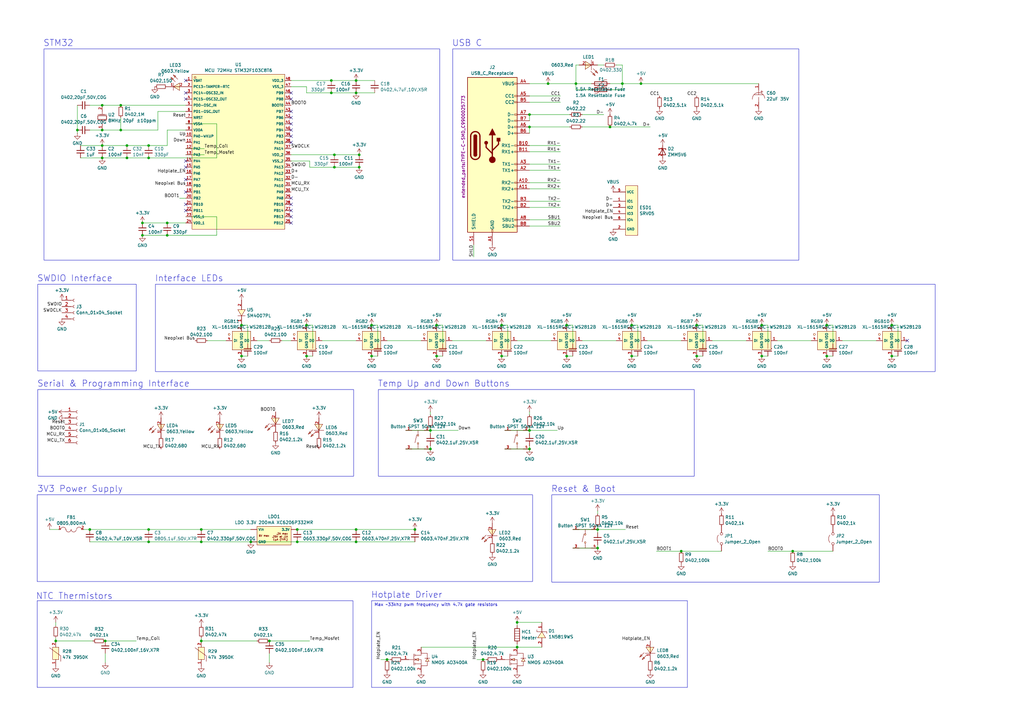
<source format=kicad_sch>
(kicad_sch (version 20231120) (generator "eeschema") (generator_version "8.0")
  (paper "A3")
  (title_block (title "USB Hotplate") (date "2024-07-22") (rev "1.0") (company "Kea Studios") (comment 1 "Chris Dirks"))
  (junction (at 52.07 59.69))
  (junction (at 49.53 53.34))
  (junction (at 245.11 217.17))
  (junction (at 68.58 91.44))
  (junction (at 365.76 133.35))
  (junction (at 60.96 64.77))
  (junction (at 232.41 133.35))
  (junction (at 41.91 43.18))
  (junction (at 217.17 46.99))
  (junction (at 232.41 146.05))
  (junction (at 135.89 33.02))
  (junction (at 146.05 38.1))
  (junction (at 224.79 34.29))
  (junction (at 102.87 222.25))
  (junction (at 137.16 63.5))
  (junction (at 339.09 146.05))
  (junction (at 365.76 146.05))
  (junction (at 259.08 146.05))
  (junction (at 60.96 217.17))
  (junction (at 58.42 91.44))
  (junction (at 121.92 217.17))
  (junction (at 245.11 224.79))
  (junction (at 52.07 64.77))
  (junction (at 137.16 68.58))
  (junction (at 279.4 226.06))
  (junction (at 82.55 262.89))
  (junction (at 262.89 34.29))
  (junction (at 325.12 226.06))
  (junction (at 99.06 146.05))
  (junction (at 22.86 262.89))
  (junction (at 236.22 34.29))
  (junction (at 152.4 146.05))
  (junction (at 82.55 217.17))
  (junction (at 147.32 63.5))
  (junction (at 135.89 38.1))
  (junction (at 121.92 222.25))
  (junction (at 255.27 34.29))
  (junction (at 170.18 217.17))
  (junction (at 43.18 262.89))
  (junction (at 147.32 68.58))
  (junction (at 146.05 33.02))
  (junction (at 179.07 133.35))
  (junction (at 36.83 217.17))
  (junction (at 205.74 133.35))
  (junction (at 125.73 146.05))
  (junction (at 146.05 222.25))
  (junction (at 41.91 59.69))
  (junction (at 41.91 53.34))
  (junction (at 259.08 133.35))
  (junction (at 179.07 146.05))
  (junction (at 312.42 133.35))
  (junction (at 58.42 96.52))
  (junction (at 110.49 262.89))
  (junction (at 217.17 184.15))
  (junction (at 49.53 43.18))
  (junction (at 146.05 217.17))
  (junction (at 212.09 255.27))
  (junction (at 125.73 133.35))
  (junction (at 31.75 53.34))
  (junction (at 60.96 59.69))
  (junction (at 82.55 222.25))
  (junction (at 41.91 64.77))
  (junction (at 152.4 133.35))
  (junction (at 99.06 133.35))
  (junction (at 176.53 184.15))
  (junction (at 60.96 222.25))
  (junction (at 285.75 133.35))
  (junction (at 198.12 270.51))
  (junction (at 217.17 52.07))
  (junction (at 158.75 270.51))
  (junction (at 205.74 146.05))
  (junction (at 176.53 176.53))
  (junction (at 250.19 52.07))
  (junction (at 217.17 176.53))
  (junction (at 312.42 146.05))
  (junction (at 212.09 265.43))
  (junction (at 68.58 96.52))
  (junction (at 285.75 146.05))
  (junction (at 339.09 133.35))
  (no_connect (at 76.2 33.02))
  (no_connect (at 119.38 55.88))
  (no_connect (at 119.38 81.28))
  (no_connect (at 119.38 48.26))
  (no_connect (at 119.38 45.72))
  (no_connect (at 76.2 38.1))
  (no_connect (at 119.38 53.34))
  (no_connect (at 119.38 50.8))
  (no_connect (at 119.38 83.82))
  (no_connect (at 119.38 40.64))
  (no_connect (at 76.2 66.04))
  (no_connect (at 119.38 88.9))
  (no_connect (at 76.2 86.36))
  (no_connect (at 372.11 139.7))
  (no_connect (at 76.2 68.58))
  (no_connect (at 76.2 78.74))
  (no_connect (at 76.2 73.66))
  (no_connect (at 119.38 86.36))
  (no_connect (at 119.38 38.1))
  (no_connect (at 76.2 83.82))
  (no_connect (at 76.2 40.64))
  (no_connect (at 119.38 58.42))
  (no_connect (at 119.38 91.44))
  (wire (pts (xy 217.17 52.07) (xy 217.17 54.61)))
  (wire (pts (xy 238.76 139.7) (xy 252.73 139.7)))
  (wire (pts (xy 76.2 63.5) (xy 83.82 63.5)))
  (wire (pts (xy 68.58 59.69) (xy 68.58 53.34)))
  (wire (pts (xy 176.53 182.88) (xy 176.53 184.15)))
  (wire (pts (xy 245.11 217.17) (xy 245.11 218.44)))
  (wire (pts (xy 172.72 265.43) (xy 212.09 265.43)))
  (wire (pts (xy 34.29 217.17) (xy 36.83 217.17)))
  (wire (pts (xy 261.62 140.97) (xy 261.62 133.35)))
  (wire (pts (xy 82.55 262.89) (xy 82.55 261.62)))
  (wire (pts (xy 22.86 256.54) (xy 22.86 255.27)))
  (wire (pts (xy 314.96 133.35) (xy 312.42 133.35)))
  (wire (pts (xy 341.63 140.97) (xy 341.63 133.35)))
  (wire (pts (xy 125.73 38.1) (xy 135.89 38.1)))
  (wire (pts (xy 166.37 184.15) (xy 176.53 184.15)))
  (wire (pts (xy 245.11 215.9) (xy 245.11 217.17)))
  (wire (pts (xy 88.9 88.9) (xy 88.9 96.52)))
  (wire (pts (xy 49.53 43.18) (xy 76.2 43.18)))
  (wire (pts (xy 217.17 46.99) (xy 233.68 46.99)))
  (wire (pts (xy 73.66 81.28) (xy 76.2 81.28)))
  (wire (pts (xy 60.96 222.25) (xy 82.55 222.25)))
  (wire (pts (xy 217.17 34.29) (xy 224.79 34.29)))
  (wire (pts (xy 127 66.04) (xy 127 68.58)))
  (wire (pts (xy 121.92 217.17) (xy 146.05 217.17)))
  (wire (pts (xy 58.42 91.44) (xy 68.58 91.44)))
  (wire (pts (xy 52.07 64.77) (xy 60.96 64.77)))
  (wire (pts (xy 41.91 43.18) (xy 49.53 43.18)))
  (wire (pts (xy 41.91 53.34) (xy 49.53 53.34)))
  (wire (pts (xy 217.17 52.07) (xy 233.68 52.07)))
  (wire (pts (xy 82.55 222.25) (xy 102.87 222.25)))
  (wire (pts (xy 368.3 133.35) (xy 365.76 133.35)))
  (wire (pts (xy 36.83 43.18) (xy 41.91 43.18)))
  (wire (pts (xy 217.17 74.93) (xy 229.87 74.93)))
  (wire (pts (xy 217.17 168.91) (xy 217.17 170.18)))
  (wire (pts (xy 137.16 68.58) (xy 147.32 68.58)))
  (wire (pts (xy 285.75 146.05) (xy 288.29 146.05)))
  (wire (pts (xy 154.94 140.97) (xy 154.94 133.35)))
  (wire (pts (xy 292.1 139.7) (xy 306.07 139.7)))
  (wire (pts (xy 146.05 38.1) (xy 153.67 38.1)))
  (wire (pts (xy 288.29 133.35) (xy 285.75 133.35)))
  (wire (pts (xy 224.79 34.29) (xy 236.22 34.29)))
  (wire (pts (xy 255.27 36.83) (xy 255.27 34.29)))
  (wire (pts (xy 279.4 226.06) (xy 295.91 226.06)))
  (wire (pts (xy 217.17 82.55) (xy 229.87 82.55)))
  (wire (pts (xy 217.17 77.47) (xy 229.87 77.47)))
  (wire (pts (xy 208.28 133.35) (xy 205.74 133.35)))
  (wire (pts (xy 125.73 35.56) (xy 125.73 38.1)))
  (wire (pts (xy 64.77 45.72) (xy 64.77 53.34)))
  (wire (pts (xy 234.95 224.79) (xy 245.11 224.79)))
  (wire (pts (xy 255.27 26.67) (xy 255.27 34.29)))
  (wire (pts (xy 181.61 140.97) (xy 181.61 133.35)))
  (wire (pts (xy 208.28 140.97) (xy 208.28 133.35)))
  (wire (pts (xy 127 68.58) (xy 137.16 68.58)))
  (wire (pts (xy 31.75 43.18) (xy 31.75 53.34)))
  (wire (pts (xy 55.88 262.89) (xy 43.18 262.89)))
  (wire (pts (xy 314.96 140.97) (xy 314.96 133.35)))
  (wire (pts (xy 339.09 146.05) (xy 341.63 146.05)))
  (wire (pts (xy 234.95 133.35) (xy 232.41 133.35)))
  (wire (pts (xy 255.27 26.67) (xy 252.73 26.67)))
  (wire (pts (xy 132.08 139.7) (xy 146.05 139.7)))
  (wire (pts (xy 255.27 34.29) (xy 250.19 34.29)))
  (wire (pts (xy 245.11 217.17) (xy 256.54 217.17)))
  (wire (pts (xy 288.29 140.97) (xy 288.29 133.35)))
  (wire (pts (xy 146.05 33.02) (xy 135.89 33.02)))
  (wire (pts (xy 217.17 176.53) (xy 217.17 177.8)))
  (wire (pts (xy 22.86 261.62) (xy 22.86 262.89)))
  (wire (pts (xy 341.63 133.35) (xy 339.09 133.35)))
  (wire (pts (xy 212.09 255.27) (xy 222.25 255.27)))
  (wire (pts (xy 101.6 140.97) (xy 101.6 133.35)))
  (wire (pts (xy 325.12 226.06) (xy 341.63 226.06)))
  (wire (pts (xy 154.94 133.35) (xy 152.4 133.35)))
  (wire (pts (xy 234.95 217.17) (xy 245.11 217.17)))
  (wire (pts (xy 312.42 146.05) (xy 314.96 146.05)))
  (wire (pts (xy 152.4 146.05) (xy 154.94 146.05)))
  (wire (pts (xy 160.02 270.51) (xy 158.75 270.51)))
  (wire (pts (xy 199.39 270.51) (xy 198.12 270.51)))
  (wire (pts (xy 318.77 139.7) (xy 332.74 139.7)))
  (wire (pts (xy 212.09 139.7) (xy 226.06 139.7)))
  (wire (pts (xy 60.96 59.69) (xy 68.58 59.69)))
  (wire (pts (xy 250.19 52.07) (xy 266.7 52.07)))
  (wire (pts (xy 205.74 146.05) (xy 208.28 146.05)))
  (wire (pts (xy 68.58 91.44) (xy 76.2 91.44)))
  (wire (pts (xy 147.32 63.5) (xy 137.16 63.5)))
  (wire (pts (xy 146.05 222.25) (xy 170.18 222.25)))
  (wire (pts (xy 60.96 217.17) (xy 82.55 217.17)))
  (wire (pts (xy 195.58 270.51) (xy 198.12 270.51)))
  (wire (pts (xy 262.89 34.29) (xy 255.27 34.29)))
  (wire (pts (xy 176.53 176.53) (xy 176.53 177.8)))
  (wire (pts (xy 217.17 46.99) (xy 217.17 49.53)))
  (wire (pts (xy 236.22 26.67) (xy 236.22 34.29)))
  (wire (pts (xy 115.57 139.7) (xy 119.38 139.7)))
  (wire (pts (xy 185.42 139.7) (xy 199.39 139.7)))
  (wire (pts (xy 212.09 255.27) (xy 212.09 256.54)))
  (wire (pts (xy 245.11 26.67) (xy 247.65 26.67)))
  (wire (pts (xy 128.27 140.97) (xy 128.27 133.35)))
  (wire (pts (xy 234.95 140.97) (xy 234.95 133.35)))
  (wire (pts (xy 41.91 59.69) (xy 52.07 59.69)))
  (wire (pts (xy 181.61 133.35) (xy 179.07 133.35)))
  (wire (pts (xy 119.38 63.5) (xy 137.16 63.5)))
  (wire (pts (xy 68.58 53.34) (xy 76.2 53.34)))
  (wire (pts (xy 146.05 38.1) (xy 135.89 38.1)))
  (wire (pts (xy 82.55 217.17) (xy 102.87 217.17)))
  (wire (pts (xy 250.19 36.83) (xy 255.27 36.83)))
  (wire (pts (xy 207.01 176.53) (xy 217.17 176.53)))
  (wire (pts (xy 158.75 139.7) (xy 172.72 139.7)))
  (wire (pts (xy 33.02 59.69) (xy 41.91 59.69)))
  (wire (pts (xy 36.83 222.25) (xy 60.96 222.25)))
  (wire (pts (xy 52.07 59.69) (xy 60.96 59.69)))
  (wire (pts (xy 217.17 85.09) (xy 229.87 85.09)))
  (wire (pts (xy 245.11 209.55) (xy 245.11 210.82)))
  (wire (pts (xy 41.91 64.77) (xy 52.07 64.77)))
  (wire (pts (xy 76.2 45.72) (xy 64.77 45.72)))
  (wire (pts (xy 238.76 52.07) (xy 250.19 52.07)))
  (wire (pts (xy 238.76 46.99) (xy 247.65 46.99)))
  (wire (pts (xy 262.89 34.29) (xy 311.15 34.29)))
  (wire (pts (xy 105.41 139.7) (xy 110.49 139.7)))
  (wire (pts (xy 242.57 34.29) (xy 236.22 34.29)))
  (wire (pts (xy 43.18 271.78) (xy 43.18 267.97)))
  (wire (pts (xy 212.09 265.43) (xy 222.25 265.43)))
  (wire (pts (xy 217.17 182.88) (xy 217.17 184.15)))
  (wire (pts (xy 217.17 62.23) (xy 229.87 62.23)))
  (wire (pts (xy 60.96 64.77) (xy 88.9 64.77)))
  (wire (pts (xy 36.83 217.17) (xy 60.96 217.17)))
  (wire (pts (xy 265.43 139.7) (xy 279.4 139.7)))
  (wire (pts (xy 119.38 35.56) (xy 125.73 35.56)))
  (wire (pts (xy 102.87 222.25) (xy 121.92 222.25)))
  (wire (pts (xy 68.58 96.52) (xy 88.9 96.52)))
  (wire (pts (xy 176.53 176.53) (xy 187.96 176.53)))
  (wire (pts (xy 217.17 59.69) (xy 229.87 59.69)))
  (wire (pts (xy 166.37 176.53) (xy 176.53 176.53)))
  (wire (pts (xy 125.73 146.05) (xy 128.27 146.05)))
  (wire (pts (xy 156.21 270.51) (xy 158.75 270.51)))
  (wire (pts (xy 176.53 168.91) (xy 176.53 170.18)))
  (wire (pts (xy 217.17 69.85) (xy 229.87 69.85)))
  (wire (pts (xy 217.17 175.26) (xy 217.17 176.53)))
  (wire (pts (xy 146.05 217.17) (xy 170.18 217.17)))
  (wire (pts (xy 36.83 53.34) (xy 41.91 53.34)))
  (wire (pts (xy 146.05 33.02) (xy 153.67 33.02)))
  (wire (pts (xy 58.42 96.52) (xy 68.58 96.52)))
  (wire (pts (xy 217.17 41.91) (xy 229.87 41.91)))
  (wire (pts (xy 121.92 222.25) (xy 146.05 222.25)))
  (wire (pts (xy 179.07 146.05) (xy 181.61 146.05)))
  (wire (pts (xy 314.96 226.06) (xy 325.12 226.06)))
  (wire (pts (xy 22.86 262.89) (xy 38.1 262.89)))
  (wire (pts (xy 212.09 264.16) (xy 212.09 265.43)))
  (wire (pts (xy 49.53 53.34) (xy 49.53 48.26)))
  (wire (pts (xy 119.38 66.04) (xy 127 66.04)))
  (wire (pts (xy 64.77 53.34) (xy 49.53 53.34)))
  (wire (pts (xy 176.53 175.26) (xy 176.53 176.53)))
  (wire (pts (xy 110.49 271.78) (xy 110.49 267.97)))
  (wire (pts (xy 269.24 226.06) (xy 279.4 226.06)))
  (wire (pts (xy 24.13 217.17) (xy 20.32 217.17)))
  (wire (pts (xy 217.17 39.37) (xy 229.87 39.37)))
  (wire (pts (xy 259.08 146.05) (xy 261.62 146.05)))
  (wire (pts (xy 88.9 64.77) (xy 88.9 50.8)))
  (wire (pts (xy 232.41 146.05) (xy 234.95 146.05)))
  (wire (pts (xy 365.76 146.05) (xy 368.3 146.05)))
  (wire (pts (xy 261.62 133.35) (xy 259.08 133.35)))
  (wire (pts (xy 99.06 146.05) (xy 101.6 146.05)))
  (wire (pts (xy 101.6 133.35) (xy 99.06 133.35)))
  (wire (pts (xy 237.49 26.67) (xy 236.22 26.67)))
  (wire (pts (xy 217.17 90.17) (xy 229.87 90.17)))
  (wire (pts (xy 207.01 184.15) (xy 217.17 184.15)))
  (wire (pts (xy 31.75 54.61) (xy 31.75 53.34)))
  (wire (pts (xy 194.31 100.33) (xy 194.31 105.41)))
  (wire (pts (xy 345.44 139.7) (xy 359.41 139.7)))
  (wire (pts (xy 368.3 140.97) (xy 368.3 133.35)))
  (wire (pts (xy 33.02 64.77) (xy 41.91 64.77)))
  (wire (pts (xy 76.2 88.9) (xy 88.9 88.9)))
  (wire (pts (xy 217.17 67.31) (xy 229.87 67.31)))
  (wire (pts (xy 119.38 33.02) (xy 135.89 33.02)))
  (wire (pts (xy 236.22 36.83) (xy 236.22 34.29)))
  (wire (pts (xy 88.9 50.8) (xy 76.2 50.8)))
  (wire (pts (xy 82.55 262.89) (xy 105.41 262.89)))
  (wire (pts (xy 127 262.89) (xy 110.49 262.89)))
  (wire (pts (xy 242.57 36.83) (xy 236.22 36.83)))
  (wire (pts (xy 245.11 223.52) (xy 245.11 224.79)))
  (wire (pts (xy 217.17 92.71) (xy 229.87 92.71)))
  (wire (pts (xy 85.09 139.7) (xy 92.71 139.7)))
  (wire (pts (xy 128.27 133.35) (xy 125.73 133.35)))
  (wire (pts (xy 76.2 60.96) (xy 83.82 60.96)))
  (wire (pts (xy 217.17 176.53) (xy 228.6 176.53)))
  (rectangle (start 185.674 20.066) (end 327.66 106.68))
  (rectangle (start 152.4 246.38) (end 281.94 281.94))
  (rectangle (start 63.754 116.586) (end 383.54 152.4))
  (rectangle (start 18.034 20.066) (end 180.34 106.68))
  (rectangle (start 15.494 159.766) (end 145.034 195.326))
  (rectangle (start 226.314 202.946) (end 360.68 238.76))
  (rectangle (start 15.494 116.586) (end 55.88 152.146))
  (rectangle (start 15.24 202.946) (end 218.44 238.506))
  (rectangle (start 155.194 159.766) (end 284.734 195.326))
  (rectangle (start 15.24 246.38) (end 144.78 281.94))
  (text "3V3 Power Supply" (at 15.24 200.66 0) (effects (font (size 2.56 2.56)) (justify left)))
  (text "USB C\n" (at 185.42 17.78 0) (effects (font (size 2.56 2.56)) (justify left)))
  (text "NTC Thermistors" (at 30.48 244.602 0) (effects (font (size 2.56 2.56))))
  (text "Serial & Programming Interface\n" (at 15.24 157.48 0) (effects (font (size 2.56 2.56)) (justify left)))
  (text "SWDIO Interface" (at 15.24 114.3 0) (effects (font (size 2.56 2.56)) (justify left)))
  (text "Hotplate Driver" (at 152.146 244.094 0) (effects (font (size 2.56 2.56)) (justify left)))
  (text "Interface LEDs" (at 63.5 114.3 0) (effects (font (size 2.56 2.56)) (justify left)))
  (text "Max ~33khz pwm frequency with 4.7k gate resistors" (at 178.816 248.158 0) (effects (font (size 1.27 1.27))))
  (text "STM32" (at 17.78 17.78 0) (effects (font (size 2.56 2.56)) (justify left)))
  (text "Reset & Boot" (at 226.06 200.66 0) (effects (font (size 2.56 2.56)) (justify left)))
  (text "Temp Up and Down Buttons" (at 154.94 157.48 0) (effects (font (size 2.56 2.56)) (justify left)))
  (label "Down" (at 187.96 176.53 0))
  (label "TX2-" (at 229.87 82.55 180))
  (label "Hotplate_EN" (at 156.21 270.51 90))
  (label "Reset" (at 26.67 173.99 180))
  (label "SWDIO" (at 119.38 68.58 0))
  (label "RX2-" (at 229.87 74.93 180))
  (label "Temp_Coil" (at 83.82 60.96 0))
  (label "MCU_TX" (at 119.38 78.74 0))
  (label "BOOT0" (at 113.03 168.91 180))
  (label "Neopixel Bus" (at 80.01 139.7 180))
  (label "BOOT1" (at 73.66 81.28 180))
  (label "Temp_Mosfet" (at 83.82 63.5 0))
  (label "Hotplate_EN" (at 266.7 262.89 180))
  (label "Hotplate_EN" (at 195.58 270.51 90))
  (label "Hotplate_EN" (at 76.2 71.12 180))
  (label "SHLD" (at 194.31 105.41 90))
  (label "D-" (at 247.65 46.99 180))
  (label "SWDCLK" (at 119.38 60.96 0))
  (label "Reset" (at 76.2 48.26 180))
  (label "Temp_Coil" (at 55.88 262.89 0))
  (label "Neopixel Bus" (at 251.46 90.17 180))
  (label "D+" (at 119.38 71.12 0))
  (label "RX1-" (at 229.87 59.69 180))
  (label "CC1" (at 270.51 39.37 180))
  (label "BOOT0" (at 119.38 43.18 0))
  (label "SBU2" (at 229.87 92.71 180))
  (label "Temp_Mosfet" (at 127 262.89 0))
  (label "CC2" (at 285.75 39.37 180))
  (label "MCU_RX" (at 90.17 184.15 180))
  (label "Up" (at 228.6 176.53 0))
  (label "SBU1" (at 229.87 90.17 180))
  (label "CC1" (at 229.87 39.37 180))
  (label "RX2+" (at 229.87 77.47 180))
  (label "SWDIO" (at 25.4 125.73 180))
  (label "Up" (at 76.2 55.88 180))
  (label "D-" (at 119.38 73.66 0))
  (label "TX1+" (at 229.87 69.85 180))
  (label "Reset" (at 256.54 217.17 0))
  (label "Hotplate_EN" (at 251.46 87.63 180))
  (label "SWDCLK" (at 25.4 128.27 180))
  (label "MCU_TX" (at 66.04 184.15 180))
  (label "BOOT0" (at 26.67 176.53 180))
  (label "TX2+" (at 229.87 85.09 180))
  (label "MCU_TX" (at 26.67 181.61 180))
  (label "Reset" (at 130.81 184.15 180))
  (label "MCU_RX" (at 119.38 76.2 0))
  (label "BOOT1" (at 269.24 226.06 0))
  (label "MCU_RX" (at 26.67 179.07 180))
  (label "D-" (at 251.46 82.55 180))
  (label "TX1-" (at 229.87 67.31 180))
  (label "D+" (at 251.46 85.09 180))
  (label "Neopixel Bus" (at 76.2 76.2 180))
  (label "D+" (at 266.7 52.07 180))
  (label "BOOT0" (at 314.96 226.06 0))
  (label "Down" (at 76.2 58.42 180))
  (label "CC2" (at 229.87 41.91 180))
  (label "RX1+" (at 229.87 62.23 180))
  (symbol (lib_id "jlcpcb-diodes:1N5819WS") (at 222.25 260.35 270) (unit 1)
    (property "Reference" "D1" (at 224.917 258.7568 90) (effects (justify left)))
    (property "Value" "1N5819WS" (at 224.917 261.1811 90) (effects (justify left)))
    (property "Footprint" "footprint:SOD-323_L1.8-W1.3-LS2.5-RD" (effects (hide yes)))
    (property "Datasheet" "https://item.szlcsc.com/295156.html" (effects (hide yes)))
    (property "LCSC" "C191023" (effects (hide yes)))
  )
  (symbol (lib_id "jlcpcb-basic-capacitor:0402,1uF,25V,X5R ") (at 176.53 180.34 0) (unit 1)
    (property "Reference" "C31" (at 178.8414 179.1278 0) (effects (justify left)))
    (property "Value" "0402,1uF,25V,X5R" (at 178.8414 181.5521 0) (effects (justify left)))
    (property "Footprint" "footprint:0402_1005Metric" (effects (hide yes)))
    (property "Datasheet" "https://datasheet.lcsc.com/lcsc/1811091611_Samsung-Electro-Mechanics-CL05A105KA5NQNC_C52923.pdf" (effects (hide yes)))
    (property "Description" "25V 1uF X5R   10% 0402 Multilayer Ceramic Capacitors MLCC - SMD SMT ROHS" (effects (hide yes)))
    (property "LCSC" "C52923" (effects (hide yes)))
    (property "MFG" "Samsung Electro-Mechanics" (effects (hide yes)))
    (property "MFGPN" "CL05A105KA5NQNC" (effects (hide yes)))
  )
  (symbol (lib_id "power:GND") (at 43.18 271.78 0) (unit 1)
    (property "Reference" "#PWR077" (effects (hide yes)))
    (property "Value" "GND" (at 43.18 275.9131 0))
    (property "Description" "Power symbol creates a global label with name \"GND\" , ground" (effects (hide yes)))
  )
  (symbol (lib_name "GND_4") (lib_id "power:GND") (at 146.05 38.1 0) (mirror y) (unit 1)
    (property "Reference" "#PWR017" (effects (hide yes)))
    (property "Value" "GND" (at 146.05 42.2331 0))
    (property "Description" "Power symbol creates a global label with name \"GND\" , ground" (effects (hide yes)))
  )
  (symbol (lib_id "jlcpcb-basic-resistor:0402,22") (at 236.22 46.99 90) (unit 1)
    (property "Reference" "R2" (at 236.22 42.1089 90))
    (property "Value" "0402,22" (at 236.22 44.5332 90))
    (property "Footprint" "footprint:0402_1005Metric" (effects (hide yes)))
    (property "Datasheet" "https://datasheet.lcsc.com/lcsc/2110252230_UNI-ROYAL-Uniroyal-Elec-0402WGF220JTCE_C25092.pdf" (effects (hide yes)))
    (property "Description" "1% 1 16W Thick Film Resistors 50V   200ppm    -55    155   22   0402 Chip Resistor - Surface Mount ROHS" (effects (hide yes)))
    (property "LCSC" "C25092" (effects (hide yes)))
    (property "MFG" "UNI-ROYAL(Uniroyal Elec)" (effects (hide yes)))
    (property "MFGPN" "0402WGF220JTCE" (effects (hide yes)))
  )
  (symbol (lib_id "RVT22UF35V67RV0104:RVT22UF35V67RV0104") (at 311.15 39.37 270) (unit 1)
    (property "Reference" "C60" (at 314.3008 38.1578 90) (effects (justify left)))
    (property "Value" "22uF 35V" (at 314.3008 40.5821 90) (effects (justify left)))
    (property "Footprint" "footprint:CAP-SMD_BD5.0-L5.3-W5.3-LS6.0-FD" (effects (hide yes)))
    (property "Datasheet" "https://atta.szlcsc.com/upload/public/pdf/source/20180619/C242468_0907156AEEC7C24E7C84992C7243A0F2.pdf" (effects (hide yes)))
    (property "LCSC" "C2887274" (effects (hide yes)))
  )
  (symbol (lib_id "power:+3.3V") (at 25.4 123.19 0) (unit 1)
    (property "Reference" "#PWR031" (effects (hide yes)))
    (property "Value" "+3.3V" (at 25.4 119.0569 0))
    (property "Description" "Power symbol creates a global label with name \"+3.3V\"" (effects (hide yes)))
  )
  (symbol (lib_id "power:GND") (at 311.15 44.45 0) (unit 1)
    (property "Reference" "#PWR072" (effects (hide yes)))
    (property "Value" "GND" (at 311.15 48.5831 0))
    (property "Description" "Power symbol creates a global label with name \"GND\" , ground" (effects (hide yes)))
  )
  (symbol (lib_id "jlcpcb-basic-capacitor:0402,20pF,50V,C0G ") (at 34.29 43.18 90) (unit 1)
    (property "Reference" "C1" (at 34.29 37.4861 90))
    (property "Value" "0402,20pF,50V,C0G" (at 34.29 39.9104 90))
    (property "Footprint" "footprint:0402_1005Metric" (effects (hide yes)))
    (property "Datasheet" "https://datasheet.lcsc.com/lcsc/1811141710_FH-Guangdong-Fenghua-Advanced-Tech-0402CG200J500NT_C1554.pdf" (effects (hide yes)))
    (property "Description" "50V 20pF C0G   5% 0402 Multilayer Ceramic Capacitors MLCC - SMD SMT ROHS" (effects (hide yes)))
    (property "LCSC" "C1554" (effects (hide yes)))
    (property "MFG" "FH(Guangdong Fenghua Advanced Tech)" (effects (hide yes)))
    (property "MFGPN" "0402CG200J500NT" (effects (hide yes)))
  )
  (symbol (lib_id "jlcpcb-diodes:0603,Red") (at 201.93 218.44 90) (unit 1)
    (property "Reference" "LED2" (at 204.597 218.4978 90) (effects (justify right)))
    (property "Value" "0603,Red" (at 204.597 220.9221 90) (effects (justify right)))
    (property "Footprint" "footprint:LED0603" (effects (hide yes)))
    (property "Datasheet" "https://item.szlcsc.com/347874.html" (effects (hide yes)))
    (property "LCSC" "C2286" (effects (hide yes)))
  )
  (symbol (lib_id "power:+5V") (at 271.78 59.69 0) (unit 1)
    (property "Reference" "#PWR039" (effects (hide yes)))
    (property "Value" "+5V" (at 271.78 55.5569 0))
    (property "Description" "Power symbol creates a global label with name \"+5V\"" (effects (hide yes)))
  )
  (symbol (lib_id "jlcpcb-diodes:SRV05") (at 256.54 86.36 0) (unit 1)
    (property "Reference" "ESD1" (at 262.255 85.1478 0) (effects (justify left)))
    (property "Value" "SRV05" (at 262.255 87.5721 0) (effects (justify left)))
    (property "Footprint" "footprint:SOT-23-6_L2.9-W1.6-P0.95-LS2.8-BR" (effects (hide yes)))
    (property "Datasheet" "https://item.szlcsc.com/169042.html" (effects (hide yes)))
    (property "LCSC" "C85364" (effects (hide yes)))
  )
  (symbol (lib_name "GND_4") (lib_id "power:GND") (at 41.91 64.77 0) (unit 1)
    (property "Reference" "#PWR011" (effects (hide yes)))
    (property "Value" "GND" (at 41.91 68.9031 0))
    (property "Description" "Power symbol creates a global label with name \"GND\" , ground" (effects (hide yes)))
  )
  (symbol (lib_id "jlcpcb-basic-capacitor:0402,100nF,16V,X7R ") (at 58.42 93.98 0) (unit 1)
    (property "Reference" "C4" (at 60.7314 92.7678 0) (effects (justify left)))
    (property "Value" "100nF" (at 60.7314 95.1921 0) (effects (justify left)))
    (property "Footprint" "footprint:0402_1005Metric" (effects (hide yes)))
    (property "Datasheet" "https://datasheet.lcsc.com/lcsc/1810191219_Samsung-Electro-Mechanics-CL05B104KO5NNNC_C1525.pdf" (effects (hide yes)))
    (property "Description" "16V 100nF X7R   10% 0402 Multilayer Ceramic Capacitors MLCC - SMD SMT ROHS" (effects (hide yes)))
    (property "LCSC" "C1525" (effects (hide yes)))
    (property "MFG" "Samsung Electro-Mechanics" (effects (hide yes)))
    (property "MFGPN" "CL05B104KO5NNNC" (effects (hide yes)))
  )
  (symbol (lib_id "jlcpcb-diodes:0603,Red") (at 241.3 26.67 180) (unit 1)
    (property "Reference" "LED1" (at 243.84 23.368 0) (effects (justify left)))
    (property "Value" "0603,Red" (at 235.204 26.67 0) (effects (justify left)))
    (property "Footprint" "footprint:LED0603" (effects (hide yes)))
    (property "Datasheet" "https://item.szlcsc.com/347874.html" (effects (hide yes)))
    (property "LCSC" "C2286" (effects (hide yes)))
  )
  (symbol (lib_id "CMFD473F4050HANT:CMFD473F4050HANT") (at 22.86 267.97 90) (unit 1)
    (property "Reference" "R28" (at 25.527 267.1388 90) (effects (justify right)))
    (property "Value" "47k 3950K" (at 25.527 269.5631 90) (effects (justify right)))
    (property "Footprint" "footprint:R0402" (effects (hide yes)))
    (property "Datasheet" "https://item.szlcsc.com/323315.html" (effects (hide yes)))
    (property "LCSC" "C2991699" (effects (hide yes)))
  )
  (symbol (lib_id "Jumper:Jumper_2_Open") (at 295.91 220.98 90) (unit 1) (exclude_from_sim yes)
    (property "Reference" "JP1" (at 297.053 219.7678 90) (effects (justify right)))
    (property "Value" "Jumper_2_Open" (at 297.053 222.1921 90) (effects (justify right)))
    (property "Footprint" "Jumper:SolderJumper-2_P1.3mm_Open_RoundedPad1.0x1.5mm" (effects (hide yes)))
    (property "Description" "Jumper, 2-pole, open" (effects (hide yes)))
  )
  (symbol (lib_id "power:+5V") (at 20.32 217.17 0) (unit 1)
    (property "Reference" "#PWR07" (effects (hide yes)))
    (property "Value" "+5V" (at 20.32 213.0369 0))
    (property "Description" "Power symbol creates a global label with name \"+5V\"" (effects (hide yes)))
  )
  (symbol (lib_id "power:+3.3V") (at 146.05 33.02 0) (mirror y) (unit 1)
    (property "Reference" "#PWR016" (effects (hide yes)))
    (property "Value" "+3.3V" (at 146.05 28.8869 0))
    (property "Description" "Power symbol creates a global label with name \"+3.3V\"" (effects (hide yes)))
  )
  (symbol (lib_id "power:+5V") (at 26.67 168.91 90) (unit 1)
    (property "Reference" "#PWR022" (effects (hide yes)))
    (property "Value" "+5V" (at 21.59 168.91 90))
    (property "Description" "Power symbol creates a global label with name \"+5V\"" (effects (hide yes)))
  )
  (symbol (lib_id "jlcpcb-switches:Button SPST 50mA 12V") (at 171.45 179.07 0) (unit 1)
    (property "Reference" "SW3" (at 171.45 172.5125 0))
    (property "Value" "Button SPST 50mA 12V" (at 171.45 174.9368 0))
    (property "Footprint" "footprint:SW-SMD_4P-L5.1-W5.1-P3.70-LS6.5-TL-2" (effects (hide yes)))
    (property "Datasheet" "https://item.szlcsc.com/300285.html" (effects (hide yes)))
    (property "LCSC" "C318884" (effects (hide yes)))
  )
  (symbol (lib_id "power:GND") (at 271.78 64.77 0) (unit 1)
    (property "Reference" "#PWR041" (effects (hide yes)))
    (property "Value" "GND" (at 271.78 68.9031 0))
    (property "Description" "Power symbol creates a global label with name \"GND\" , ground" (effects (hide yes)))
  )
  (symbol (lib_id "power:GND") (at 259.08 146.05 0) (unit 1)
    (property "Reference" "#PWR054" (effects (hide yes)))
    (property "Value" "GND" (at 259.08 150.1831 0))
    (property "Description" "Power symbol creates a global label with name \"GND\" , ground" (effects (hide yes)))
  )
  (symbol (lib_id "power:GND") (at 113.03 181.61 0) (unit 1)
    (property "Reference" "#PWR029" (effects (hide yes)))
    (property "Value" "GND" (at 113.03 185.7431 0))
    (property "Description" "Power symbol creates a global label with name \"GND\" , ground" (effects (hide yes)))
  )
  (symbol (lib_id "jlcpcb-diodes:SM4007PL") (at 99.06 128.27 90) (unit 1)
    (property "Reference" "U5" (at 101.219 127.0578 90) (effects (justify right)))
    (property "Value" "SM4007PL" (at 101.219 129.4821 90) (effects (justify right)))
    (property "Footprint" "footprint:SOD-123F_L2.8-W1.8-LS3.7-RD" (effects (hide yes)))
    (property "Datasheet" "https://item.szlcsc.com/60254.html" (effects (hide yes)))
    (property "LCSC" "C64898" (effects (hide yes)))
  )
  (symbol (lib_id "jlcpcb-diodes:0603,Red") (at 130.81 175.26 90) (unit 1)
    (property "Reference" "LED6" (at 133.477 175.3178 90) (effects (justify right)))
    (property "Value" "0603,Red" (at 133.477 177.7421 90) (effects (justify right)))
    (property "Footprint" "footprint:LED0603" (effects (hide yes)))
    (property "Datasheet" "https://item.szlcsc.com/347874.html" (effects (hide yes)))
    (property "LCSC" "C2286" (effects (hide yes)))
  )
  (symbol (lib_id "jlcpcb-basic-capacitor:0402,1uF,25V,X5R ") (at 245.11 220.98 0) (unit 1)
    (property "Reference" "C5" (at 247.4214 219.7678 0) (effects (justify left)))
    (property "Value" "0402,1uF,25V,X5R" (at 247.4214 222.1921 0) (effects (justify left)))
    (property "Footprint" "footprint:0402_1005Metric" (effects (hide yes)))
    (property "Datasheet" "https://datasheet.lcsc.com/lcsc/1811091611_Samsung-Electro-Mechanics-CL05A105KA5NQNC_C52923.pdf" (effects (hide yes)))
    (property "Description" "25V 1uF X5R   10% 0402 Multilayer Ceramic Capacitors MLCC - SMD SMT ROHS" (effects (hide yes)))
    (property "LCSC" "C52923" (effects (hide yes)))
    (property "MFG" "Samsung Electro-Mechanics" (effects (hide yes)))
    (property "MFGPN" "CL05A105KA5NQNC" (effects (hide yes)))
  )
  (symbol (lib_id "jlcpcb-basic-resistor:0402,100k") (at 325.12 228.6 180) (unit 1)
    (property "Reference" "R8" (at 326.6186 227.3878 0) (effects (justify right)))
    (property "Value" "0402,100k" (at 326.6186 229.8121 0) (effects (justify right)))
    (property "Footprint" "footprint:0402_1005Metric" (effects (hide yes)))
    (property "Datasheet" "https://datasheet.lcsc.com/lcsc/2110260030_UNI-ROYAL-Uniroyal-Elec-0402WGF1003TCE_C25741.pdf" (effects (hide yes)))
    (property "Description" "1% 1 16W Thick Film Resistors 50V   100ppm    -55    155   100k   0402 Chip Resistor - Surface Mount ROHS" (effects (hide yes)))
    (property "LCSC" "C25741" (effects (hide yes)))
    (property "MFG" "UNI-ROYAL(Uniroyal Elec)" (effects (hide yes)))
    (property "MFGPN" "0402WGF1003TCE" (effects (hide yes)))
  )
  (symbol (lib_id "jlcpcb-switches:Button SPST 50mA 12V") (at 240.03 219.71 0) (unit 1)
    (property "Reference" "SW1" (at 240.03 213.1525 0))
    (property "Value" "Button SPST 50mA 12V" (at 240.03 215.5768 0))
    (property "Footprint" "footprint:SW-SMD_4P-L5.1-W5.1-P3.70-LS6.5-TL-2" (effects (hide yes)))
    (property "Datasheet" "https://item.szlcsc.com/300285.html" (effects (hide yes)))
    (property "LCSC" "C318884" (effects (hide yes)))
  )
  (symbol (lib_id "jlcpcb-basic-resistor:0402,1k") (at 40.64 262.89 90) (unit 1)
    (property "Reference" "R32" (at 40.64 258.0089 90))
    (property "Value" "0402,1k" (at 40.64 260.4332 90))
    (property "Footprint" "footprint:0402_1005Metric" (effects (hide yes)))
    (property "Datasheet" "https://datasheet.lcsc.com/lcsc/2110251730_UNI-ROYAL-Uniroyal-Elec-0402WGF1001TCE_C11702.pdf" (effects (hide yes)))
    (property "Description" "1% 1 16W Thick Film Resistors 50V   100ppm    -55    155   1k   0402 Chip Resistor - Surface Mount ROHS" (effects (hide yes)))
    (property "LCSC" "C11702" (effects (hide yes)))
    (property "MFG" "UNI-ROYAL(Uniroyal Elec)" (effects (hide yes)))
    (property "MFGPN" "0402WGF1001TCE" (effects (hide yes)))
  )
  (symbol (lib_id "jlcpcb-basic-resistor:0402,330") (at 250.19 26.67 270) (unit 1)
    (property "Reference" "R18" (at 248.158 24.638 90) (effects (justify left)))
    (property "Value" "0402,330" (at 245.872 28.702 90) (effects (justify left)))
    (property "Footprint" "footprint:0402_1005Metric" (effects (hide yes)))
    (property "Datasheet" "https://datasheet.lcsc.com/lcsc/2110252230_UNI-ROYAL-Uniroyal-Elec-0402WGF3300TCE_C25104.pdf" (effects (hide yes)))
    (property "Description" "1% 1 16W Thick Film Resistors 50V   100ppm    -55    155   330   0402 Chip Resistor - Surface Mount ROHS" (effects (hide yes)))
    (property "LCSC" "C25104" (effects (hide yes)))
    (property "MFG" "UNI-ROYAL(Uniroyal Elec)" (effects (hide yes)))
    (property "MFGPN" "0402WGF3300TCE" (effects (hide yes)))
  )
  (symbol (lib_id "jlcpcb-basic-capacitor:0402,1uF,25V,X5R ") (at 217.17 180.34 0) (unit 1)
    (property "Reference" "C30" (at 219.4814 179.1278 0) (effects (justify left)))
    (property "Value" "0402,1uF,25V,X5R" (at 219.4814 181.5521 0) (effects (justify left)))
    (property "Footprint" "footprint:0402_1005Metric" (effects (hide yes)))
    (property "Datasheet" "https://datasheet.lcsc.com/lcsc/1811091611_Samsung-Electro-Mechanics-CL05A105KA5NQNC_C52923.pdf" (effects (hide yes)))
    (property "Description" "25V 1uF X5R   10% 0402 Multilayer Ceramic Capacitors MLCC - SMD SMT ROHS" (effects (hide yes)))
    (property "LCSC" "C52923" (effects (hide yes)))
    (property "MFG" "Samsung Electro-Mechanics" (effects (hide yes)))
    (property "MFGPN" "CL05A105KA5NQNC" (effects (hide yes)))
  )
  (symbol (lib_id "power:+3.3V") (at 295.91 210.82 0) (mirror y) (unit 1)
    (property "Reference" "#PWR024" (effects (hide yes)))
    (property "Value" "+3.3V" (at 295.91 206.6869 0))
    (property "Description" "Power symbol creates a global label with name \"+3.3V\"" (effects (hide yes)))
  )
  (symbol (lib_id "jlcpcb-basic-resistor:0402,100k") (at 158.75 273.05 0) (unit 1)
    (property "Reference" "R24" (at 160.2486 271.8378 0) (effects (justify left)))
    (property "Value" "0402,100k" (at 160.2486 274.2621 0) (effects (justify left)))
    (property "Footprint" "footprint:0402_1005Metric" (effects (hide yes)))
    (property "Datasheet" "https://datasheet.lcsc.com/lcsc/2110260030_UNI-ROYAL-Uniroyal-Elec-0402WGF1003TCE_C25741.pdf" (effects (hide yes)))
    (property "Description" "1% 1 16W Thick Film Resistors 50V   100ppm    -55    155   100k   0402 Chip Resistor - Surface Mount ROHS" (effects (hide yes)))
    (property "LCSC" "C25741" (effects (hide yes)))
    (property "MFG" "UNI-ROYAL(Uniroyal Elec)" (effects (hide yes)))
    (property "MFGPN" "0402WGF1003TCE" (effects (hide yes)))
  )
  (symbol (lib_id "jlcpcb-transistors:NMOS AO3400A") (at 170.18 270.51 0) (unit 1)
    (property "Reference" "U4" (at 176.911 269.2978 0) (effects (justify left)))
    (property "Value" "NMOS AO3400A" (at 176.911 271.7221 0) (effects (justify left)))
    (property "Footprint" "footprint:SOT-23-3_L2.9-W1.6-P1.90-LS2.8-BR" (effects (hide yes)))
    (property "Datasheet" "https://item.szlcsc.com/14454.html" (effects (hide yes)))
    (property "LCSC" "C20917" (effects (hide yes)))
  )
  (symbol (lib_id "jlcpcb-basic-capacitor:0402,330pF,50V,C0G ") (at 137.16 66.04 0) (mirror y) (unit 1)
    (property "Reference" "C15" (at 134.8486 64.8278 0) (effects (justify left)))
    (property "Value" "330pF" (at 134.8486 67.2521 0) (effects (justify left)))
    (property "Footprint" "footprint:0402_1005Metric" (effects (hide yes)))
    (property "Datasheet" "https://datasheet.lcsc.com/lcsc/1810192025_Samsung-Electro-Mechanics-CL05C331JB5NNNC_C13533.pdf" (effects (hide yes)))
    (property "Description" "50V 330pF C0G   5% 0402 Multilayer Ceramic Capacitors MLCC - SMD SMT ROHS" (effects (hide yes)))
    (property "LCSC" "C13533" (effects (hide yes)))
    (property "MFG" "Samsung Electro-Mechanics" (effects (hide yes)))
    (property "MFGPN" "CL05C331JB5NNNC" (effects (hide yes)))
  )
  (symbol (lib_id "power:+3.3V") (at 147.32 63.5 0) (mirror y) (unit 1)
    (property "Reference" "#PWR014" (effects (hide yes)))
    (property "Value" "+3.3V" (at 147.32 59.3669 0))
    (property "Description" "Power symbol creates a global label with name \"+3.3V\"" (effects (hide yes)))
  )
  (symbol (lib_id "XL-1615RGBC-WS2812B:XL-1615RGBC-WS2812B") (at 125.73 139.7 0) (unit 1)
    (property "Reference" "RGB1" (at 121.666 131.826 0))
    (property "Value" "XL-1615RGBC-WS2812B" (at 125.73 134.112 0))
    (property "Footprint" "footprint:LED-SMD_4P-L1.6-W1.5_XL-1615RGBC-WS2812B" (effects (hide yes)))
    (property "Datasheet" "https://atta.szlcsc.com/upload/public/pdf/source/20230111/5AD58278EBED6B6650A81C53A19BF314.pdf" (effects (hide yes)))
    (property "LCSC" "C5349954" (effects (hide yes)))
  )
  (symbol (lib_id "jlcpcb-basic-capacitor:0402,100nF,16V,X7R ") (at 261.62 143.51 0) (unit 1)
    (property "Reference" "C24" (at 263.9314 142.2978 0) (effects (justify left)))
    (property "Value" "100nF" (at 263.9314 144.7221 0) (effects (justify left)))
    (property "Footprint" "footprint:0402_1005Metric" (effects (hide yes)))
    (property "Datasheet" "https://datasheet.lcsc.com/lcsc/1810191219_Samsung-Electro-Mechanics-CL05B104KO5NNNC_C1525.pdf" (effects (hide yes)))
    (property "Description" "16V 100nF X7R   10% 0402 Multilayer Ceramic Capacitors MLCC - SMD SMT ROHS" (effects (hide yes)))
    (property "LCSC" "C1525" (effects (hide yes)))
    (property "MFG" "Samsung Electro-Mechanics" (effects (hide yes)))
    (property "MFGPN" "CL05B104KO5NNNC" (effects (hide yes)))
  )
  (symbol (lib_id "jlcpcb-chips-crystals:MCU 72MHz STM32F103C8T6") (at 97.79 62.23 0) (unit 1)
    (property "Reference" "U1" (at 97.79 26.4624 0))
    (property "Value" "MCU 72MHz STM32F103C8T6" (at 97.79 28.8867 0))
    (property "Footprint" "footprint:LQFP-48_L7.0-W7.0-P0.50-LS9.0-BL" (effects (hide yes)))
    (property "Datasheet" "https://atta.szlcsc.com/upload/public/pdf/source/20190808/C411336_D1D2DF7683029D856BA010BA7A5BF7EA.pdf" (effects (hide yes)))
    (property "LCSC" "C8734" (effects (hide yes)))
  )
  (symbol (lib_id "jlcpcb-basic-resistor:0402,4.7k") (at 250.19 49.53 0) (unit 1)
    (property "Reference" "R4" (at 251.6886 48.3178 0) (effects (justify left)))
    (property "Value" "0402,4.7k" (at 251.6886 50.7421 0) (effects (justify left)))
    (property "Footprint" "footprint:0402_1005Metric" (effects (hide yes)))
    (property "Datasheet" "https://datasheet.lcsc.com/lcsc/2110260030_UNI-ROYAL-Uniroyal-Elec-0402WGF4701TCE_C25900.pdf" (effects (hide yes)))
    (property "Description" "1% 1 16W Thick Film Resistors 50V   100ppm    -55    155   4 7k   0402 Chip Resistor - Surface Mount ROHS" (effects (hide yes)))
    (property "LCSC" "C25900" (effects (hide yes)))
    (property "MFG" "UNI-ROYAL(Uniroyal Elec)" (effects (hide yes)))
    (property "MFGPN" "0402WGF4701TCE" (effects (hide yes)))
  )
  (symbol (lib_id "power:GND") (at 198.12 275.59 0) (unit 1)
    (property "Reference" "#PWR037" (effects (hide yes)))
    (property "Value" "GND" (at 198.12 279.7231 0))
    (property "Description" "Power symbol creates a global label with name \"GND\" , ground" (effects (hide yes)))
  )
  (symbol (lib_id "power:GND") (at 285.75 44.45 0) (unit 1)
    (property "Reference" "#PWR034" (effects (hide yes)))
    (property "Value" "GND" (at 285.75 48.5831 0))
    (property "Description" "Power symbol creates a global label with name \"GND\" , ground" (effects (hide yes)))
  )
  (symbol (lib_id "jlcpcb-diodes:0603,Yellow") (at 66.04 175.26 90) (unit 1)
    (property "Reference" "LED4" (at 68.199 174.5558 90) (effects (justify right)))
    (property "Value" "0603,Yellow" (at 68.199 176.9801 90) (effects (justify right)))
    (property "Footprint" "footprint:LED0603" (effects (hide yes)))
    (property "Datasheet" "https://atta.szlcsc.com/upload/public/pdf/source/20180129/C125100_15171877314981315871.pdf" (effects (hide yes)))
    (property "LCSC" "C72038" (effects (hide yes)))
  )
  (symbol (lib_id "power:+3.3V") (at 82.55 256.54 0) (unit 1)
    (property "Reference" "#PWR074" (effects (hide yes)))
    (property "Value" "+3.3V" (at 82.55 252.4069 0))
    (property "Description" "Power symbol creates a global label with name \"+3.3V\"" (effects (hide yes)))
  )
  (symbol (lib_id "power:+3.3V") (at 66.04 171.45 0) (unit 1)
    (property "Reference" "#PWR027" (effects (hide yes)))
    (property "Value" "+3.3V" (at 66.04 167.3169 0))
    (property "Description" "Power symbol creates a global label with name \"+3.3V\"" (effects (hide yes)))
  )
  (symbol (lib_id "power:GND") (at 22.86 273.05 0) (unit 1)
    (property "Reference" "#PWR075" (effects (hide yes)))
    (property "Value" "GND" (at 22.86 277.1831 0))
    (property "Description" "Power symbol creates a global label with name \"GND\" , ground" (effects (hide yes)))
  )
  (symbol (lib_id "jlcpcb-basic-resistor:0402,100k") (at 279.4 228.6 180) (unit 1)
    (property "Reference" "R9" (at 280.8986 227.3878 0) (effects (justify right)))
    (property "Value" "0402,100k" (at 280.8986 229.8121 0) (effects (justify right)))
    (property "Footprint" "footprint:0402_1005Metric" (effects (hide yes)))
    (property "Datasheet" "https://datasheet.lcsc.com/lcsc/2110260030_UNI-ROYAL-Uniroyal-Elec-0402WGF1003TCE_C25741.pdf" (effects (hide yes)))
    (property "Description" "1% 1 16W Thick Film Resistors 50V   100ppm    -55    155   100k   0402 Chip Resistor - Surface Mount ROHS" (effects (hide yes)))
    (property "LCSC" "C25741" (effects (hide yes)))
    (property "MFG" "UNI-ROYAL(Uniroyal Elec)" (effects (hide yes)))
    (property "MFGPN" "0402WGF1003TCE" (effects (hide yes)))
  )
  (symbol (lib_id "jlcpcb-basic-resistor:0402,1.2k") (at 266.7 273.05 0) (unit 1)
    (property "Reference" "R6" (at 268.1986 271.8378 0) (effects (justify left)))
    (property "Value" "0402,1.2k" (at 268.1986 274.2621 0) (effects (justify left)))
    (property "Footprint" "footprint:0402_1005Metric" (effects (hide yes)))
    (property "Datasheet" "https://datasheet.lcsc.com/lcsc/2110260030_UNI-ROYAL-Uniroyal-Elec-0402WGF1201TCE_C25862.pdf" (effects (hide yes)))
    (property "Description" "1% 1 16W Thick Film Resistors 50V   100ppm    -55    155   1 2k   0402 Chip Resistor - Surface Mount ROHS" (effects (hide yes)))
    (property "LCSC" "C25862" (effects (hide yes)))
    (property "MFG" "UNI-ROYAL(Uniroyal Elec)" (effects (hide yes)))
    (property "MFGPN" "0402WGF1201TCE" (effects (hide yes)))
  )
  (symbol (lib_id "jlcpcb-diodes:0603,Yellow") (at 72.39 35.56 0) (unit 1)
    (property "Reference" "LED3" (at 71.882 26.7165 0))
    (property "Value" "0603,Yellow" (at 71.882 29.1408 0))
    (property "Footprint" "footprint:LED0603" (effects (hide yes)))
    (property "Datasheet" "https://atta.szlcsc.com/upload/public/pdf/source/20180129/C125100_15171877314981315871.pdf" (effects (hide yes)))
    (property "LCSC" "C72038" (effects (hide yes)))
  )
  (symbol (lib_id "jlcpcb-basic-capacitor:0402,100nF,16V,X7R ") (at 314.96 143.51 0) (unit 1)
    (property "Reference" "C26" (at 317.2714 142.2978 0) (effects (justify left)))
    (property "Value" "100nF" (at 317.2714 144.7221 0) (effects (justify left)))
    (property "Footprint" "footprint:0402_1005Metric" (effects (hide yes)))
    (property "Datasheet" "https://datasheet.lcsc.com/lcsc/1810191219_Samsung-Electro-Mechanics-CL05B104KO5NNNC_C1525.pdf" (effects (hide yes)))
    (property "Description" "16V 100nF X7R   10% 0402 Multilayer Ceramic Capacitors MLCC - SMD SMT ROHS" (effects (hide yes)))
    (property "LCSC" "C1525" (effects (hide yes)))
    (property "MFG" "Samsung Electro-Mechanics" (effects (hide yes)))
    (property "MFGPN" "CL05B104KO5NNNC" (effects (hide yes)))
  )
  (symbol (lib_id "XL-1615RGBC-WS2812B:XL-1615RGBC-WS2812B") (at 285.75 139.7 0) (unit 1)
    (property "Reference" "RGB7" (at 281.686 131.826 0))
    (property "Value" "XL-1615RGBC-WS2812B" (at 285.75 134.112 0))
    (property "Footprint" "footprint:LED-SMD_4P-L1.6-W1.5_XL-1615RGBC-WS2812B" (effects (hide yes)))
    (property "Datasheet" "https://atta.szlcsc.com/upload/public/pdf/source/20230111/5AD58278EBED6B6650A81C53A19BF314.pdf" (effects (hide yes)))
    (property "LCSC" "C5349954" (effects (hide yes)))
  )
  (symbol (lib_id "power:GND") (at 201.93 100.33 0) (unit 1)
    (property "Reference" "#PWR040" (effects (hide yes)))
    (property "Value" "GND" (at 201.93 104.4631 0))
    (property "Description" "Power symbol creates a global label with name \"GND\" , ground" (effects (hide yes)))
  )
  (symbol (lib_id "Connector:Conn_01x06_Socket") (at 31.75 173.99 0) (unit 1)
    (property "Reference" "J1" (at 32.4612 174.0478 0) (effects (justify left)))
    (property "Value" "Conn_01x06_Socket" (at 32.4612 176.4721 0) (effects (justify left)))
    (property "Footprint" "Connector_PinHeader_2.54mm:PinHeader_1x06_P2.54mm_Vertical" (effects (hide yes)))
    (property "Description" "Generic connector, single row, 01x06, script generated" (effects (hide yes)))
  )
  (symbol (lib_id "jlcpcb-basic-capacitor:0402,10nF,50V,X7R ") (at 52.07 62.23 0) (unit 1)
    (property "Reference" "C32" (at 54.3814 61.0178 0) (effects (justify left)))
    (property "Value" "10nF" (at 54.3814 63.4421 0) (effects (justify left)))
    (property "Footprint" "footprint:0402_1005Metric" (effects (hide yes)))
    (property "Datasheet" "https://datasheet.lcsc.com/lcsc/1810191223_Samsung-Electro-Mechanics-CL05B103KB5NNNC_C15195.pdf" (effects (hide yes)))
    (property "Description" "50V 10nF X7R   10% 0402 Multilayer Ceramic Capacitors MLCC - SMD SMT ROHS" (effects (hide yes)))
    (property "LCSC" "C15195" (effects (hide yes)))
    (property "MFG" "Samsung Electro-Mechanics" (effects (hide yes)))
    (property "MFGPN" "CL05B103KB5NNNC" (effects (hide yes)))
  )
  (symbol (lib_id "power:GND") (at 325.12 231.14 0) (unit 1)
    (property "Reference" "#PWR020" (effects (hide yes)))
    (property "Value" "GND" (at 325.12 235.2731 0))
    (property "Description" "Power symbol creates a global label with name \"GND\" , ground" (effects (hide yes)))
  )
  (symbol (lib_id "Device:Polyfuse") (at 246.38 34.29 270) (unit 1)
    (property "Reference" "F1" (at 245.364 32.512 90) (effects (justify left)))
    (property "Value" "1.5A Resettable Fuse" (at 235.966 36.576 90) (effects (justify left)))
    (property "Footprint" "Fuse:Fuse_1206_3216Metric" (effects (hide yes)))
    (property "Description" "Resettable fuse, polymeric positive temperature coefficient" (effects (hide yes)))
    (property "LCSC" "C2838983" (effects (hide yes)))
  )
  (symbol (lib_name "GND_4") (lib_id "power:GND") (at 147.32 68.58 0) (mirror y) (unit 1)
    (property "Reference" "#PWR015" (effects (hide yes)))
    (property "Value" "GND" (at 147.32 72.7131 0))
    (property "Description" "Power symbol creates a global label with name \"GND\" , ground" (effects (hide yes)))
  )
  (symbol (lib_id "jlcpcb-basic-resistor:0402,100k") (at 198.12 273.05 0) (unit 1)
    (property "Reference" "R19" (at 199.6186 271.8378 0) (effects (justify left)))
    (property "Value" "0402,100k" (at 199.6186 274.2621 0) (effects (justify left)))
    (property "Footprint" "footprint:0402_1005Metric" (effects (hide yes)))
    (property "Datasheet" "https://datasheet.lcsc.com/lcsc/2110260030_UNI-ROYAL-Uniroyal-Elec-0402WGF1003TCE_C25741.pdf" (effects (hide yes)))
    (property "Description" "1% 1 16W Thick Film Resistors 50V   100ppm    -55    155   100k   0402 Chip Resistor - Surface Mount ROHS" (effects (hide yes)))
    (property "LCSC" "C25741" (effects (hide yes)))
    (property "MFG" "UNI-ROYAL(Uniroyal Elec)" (effects (hide yes)))
    (property "MFGPN" "0402WGF1003TCE" (effects (hide yes)))
  )
  (symbol (lib_id "power:GND") (at 158.75 275.59 0) (unit 1)
    (property "Reference" "#PWR038" (effects (hide yes)))
    (property "Value" "GND" (at 158.75 279.7231 0))
    (property "Description" "Power symbol creates a global label with name \"GND\" , ground" (effects (hide yes)))
  )
  (symbol (lib_id "power:GND") (at 365.76 146.05 0) (unit 1)
    (property "Reference" "#PWR062" (effects (hide yes)))
    (property "Value" "GND" (at 365.76 150.1831 0))
    (property "Description" "Power symbol creates a global label with name \"GND\" , ground" (effects (hide yes)))
  )
  (symbol (lib_id "power:GND") (at 212.09 275.59 0) (unit 1)
    (property "Reference" "#PWR035" (effects (hide yes)))
    (property "Value" "GND" (at 212.09 279.7231 0))
    (property "Description" "Power symbol creates a global label with name \"GND\" , ground" (effects (hide yes)))
  )
  (symbol (lib_id "power:+5V") (at 365.76 133.35 0) (unit 1)
    (property "Reference" "#PWR061" (effects (hide yes)))
    (property "Value" "+5V" (at 365.76 129.2169 0))
    (property "Description" "Power symbol creates a global label with name \"+5V\"" (effects (hide yes)))
  )
  (symbol (lib_id "jlcpcb-diodes:0603,Red") (at 266.7 266.7 90) (unit 1)
    (property "Reference" "LED8" (at 269.367 266.7578 90) (effects (justify right)))
    (property "Value" "0603,Red" (at 269.367 269.1821 90) (effects (justify right)))
    (property "Footprint" "footprint:LED0603" (effects (hide yes)))
    (property "Datasheet" "https://item.szlcsc.com/347874.html" (effects (hide yes)))
    (property "LCSC" "C2286" (effects (hide yes)))
  )
  (symbol (lib_id "jlcpcb-basic-resistor:0402,10k") (at 176.53 172.72 0) (unit 1)
    (property "Reference" "R27" (at 178.0286 171.5078 0) (effects (justify left)))
    (property "Value" "0402,10k" (at 178.0286 173.9321 0) (effects (justify left)))
    (property "Footprint" "footprint:0402_1005Metric" (effects (hide yes)))
    (property "Datasheet" "https://datasheet.lcsc.com/lcsc/2110260030_UNI-ROYAL-Uniroyal-Elec-0402WGF1002TCE_C25744.pdf" (effects (hide yes)))
    (property "Description" "1% 1 16W Thick Film Resistors 50V   100ppm    -55    155   10k   0402 Chip Resistor - Surface Mount ROHS" (effects (hide yes)))
    (property "LCSC" "C25744" (effects (hide yes)))
    (property "MFG" "UNI-ROYAL(Uniroyal Elec)" (effects (hide yes)))
    (property "MFGPN" "0402WGF1002TCE" (effects (hide yes)))
  )
  (symbol (lib_id "jlcpcb-basic-resistor:0402,680") (at 66.04 181.61 0) (unit 1)
    (property "Reference" "R17" (at 67.5386 180.3978 0) (effects (justify left)))
    (property "Value" "0402,680" (at 67.5386 182.8221 0) (effects (justify left)))
    (property "Footprint" "footprint:0402_1005Metric" (effects (hide yes)))
    (property "Datasheet" "https://datasheet.lcsc.com/lcsc/2110252230_UNI-ROYAL-Uniroyal-Elec-0402WGF6800TCE_C25130.pdf" (effects (hide yes)))
    (property "Description" "1% 1 16W Thick Film Resistors 50V   100ppm    -55    155   680   0402 Chip Resistor - Surface Mount ROHS" (effects (hide yes)))
    (property "LCSC" "C25130" (effects (hide yes)))
    (property "MFG" "UNI-ROYAL(Uniroyal Elec)" (effects (hide yes)))
    (property "MFGPN" "0402WGF6800TCE" (effects (hide yes)))
  )
  (symbol (lib_id "power:+3.3V") (at 22.86 255.27 0) (unit 1)
    (property "Reference" "#PWR073" (effects (hide yes)))
    (property "Value" "+3.3V" (at 22.86 251.1369 0))
    (property "Description" "Power symbol creates a global label with name \"+3.3V\"" (effects (hide yes)))
  )
  (symbol (lib_id "power:GND") (at 179.07 146.05 0) (unit 1)
    (property "Reference" "#PWR048" (effects (hide yes)))
    (property "Value" "GND" (at 179.07 150.1831 0))
    (property "Description" "Power symbol creates a global label with name \"GND\" , ground" (effects (hide yes)))
  )
  (symbol (lib_id "power:+3.3V") (at 341.63 210.82 0) (mirror y) (unit 1)
    (property "Reference" "#PWR025" (effects (hide yes)))
    (property "Value" "+3.3V" (at 341.63 206.6869 0))
    (property "Description" "Power symbol creates a global label with name \"+3.3V\"" (effects (hide yes)))
  )
  (symbol (lib_id "jlcpcb-basic-resistor:0402,47k") (at 22.86 259.08 0) (unit 1)
    (property "Reference" "R30" (at 24.3586 257.8678 0) (effects (justify left)))
    (property "Value" "0402,47k" (at 24.3586 260.2921 0) (effects (justify left)))
    (property "Footprint" "footprint:0402_1005Metric" (effects (hide yes)))
    (property "Datasheet" "https://datasheet.lcsc.com/lcsc/2110260030_UNI-ROYAL-Uniroyal-Elec-0402WGF4702TCE_C25792.pdf" (effects (hide yes)))
    (property "Description" "1% 1 16W Thick Film Resistors 50V   100ppm    -55    155   47k   0402 Chip Resistor - Surface Mount ROHS" (effects (hide yes)))
    (property "LCSC" "C25792" (effects (hide yes)))
    (property "MFG" "UNI-ROYAL(Uniroyal Elec)" (effects (hide yes)))
    (property "MFGPN" "0402WGF4702TCE" (effects (hide yes)))
  )
  (symbol (lib_id "power:GND") (at 125.73 146.05 0) (unit 1)
    (property "Reference" "#PWR042" (effects (hide yes)))
    (property "Value" "GND" (at 125.73 150.1831 0))
    (property "Description" "Power symbol creates a global label with name \"GND\" , ground" (effects (hide yes)))
  )
  (symbol (lib_id "jlcpcb-basic-resistor:0402,1.2k") (at 201.93 224.79 0) (unit 1)
    (property "Reference" "R22" (at 203.4286 223.5778 0) (effects (justify left)))
    (property "Value" "0402,1.2k" (at 203.4286 226.0021 0) (effects (justify left)))
    (property "Footprint" "footprint:0402_1005Metric" (effects (hide yes)))
    (property "Datasheet" "https://datasheet.lcsc.com/lcsc/2110260030_UNI-ROYAL-Uniroyal-Elec-0402WGF1201TCE_C25862.pdf" (effects (hide yes)))
    (property "Description" "1% 1 16W Thick Film Resistors 50V   100ppm    -55    155   1 2k   0402 Chip Resistor - Surface Mount ROHS" (effects (hide yes)))
    (property "LCSC" "C25862" (effects (hide yes)))
    (property "MFG" "UNI-ROYAL(Uniroyal Elec)" (effects (hide yes)))
    (property "MFGPN" "0402WGF1201TCE" (effects (hide yes)))
  )
  (symbol (lib_id "jlcpcb-basic-capacitor:0603,470nF,25V,X7R ") (at 146.05 219.71 0) (unit 1)
    (property "Reference" "C12" (at 148.3614 218.4978 0) (effects (justify left)))
    (property "Value" "0603,470nF,25V,X7R" (at 148.3614 220.9221 0) (effects (justify left)))
    (property "Footprint" "footprint:0603_1608Metric" (effects (hide yes)))
    (property "Datasheet" "https://datasheet.lcsc.com/lcsc/1810261513_Samsung-Electro-Mechanics-CL10B474KA8NNNC_C1623.pdf" (effects (hide yes)))
    (property "Description" "25V 470nF X7R   10% 0603 Multilayer Ceramic Capacitors MLCC - SMD SMT ROHS" (effects (hide yes)))
    (property "LCSC" "C1623" (effects (hide yes)))
    (property "MFG" "Samsung Electro-Mechanics" (effects (hide yes)))
    (property "MFGPN" "CL10B474KA8NNNC" (effects (hide yes)))
  )
  (symbol (lib_id "Jumper:Jumper_2_Open") (at 341.63 220.98 90) (unit 1) (exclude_from_sim yes)
    (property "Reference" "JP2" (at 342.773 219.7678 90) (effects (justify right)))
    (property "Value" "Jumper_2_Open" (at 342.773 222.1921 90) (effects (justify right)))
    (property "Footprint" "Jumper:SolderJumper-2_P1.3mm_Open_RoundedPad1.0x1.5mm" (effects (hide yes)))
    (property "Description" "Jumper, 2-pole, open" (effects (hide yes)))
  )
  (symbol (lib_id "power:GND") (at 152.4 146.05 0) (unit 1)
    (property "Reference" "#PWR046" (effects (hide yes)))
    (property "Value" "GND" (at 152.4 150.1831 0))
    (property "Description" "Power symbol creates a global label with name \"GND\" , ground" (effects (hide yes)))
  )
  (symbol (lib_id "jlcpcb-basic-resistor:0402,5.1k") (at 285.75 41.91 0) (unit 1)
    (property "Reference" "R14" (at 287.2486 40.6978 0) (effects (justify left)))
    (property "Value" "0402,5.1k" (at 287.2486 43.1221 0) (effects (justify left)))
    (property "Footprint" "footprint:0402_1005Metric" (effects (hide yes)))
    (property "Datasheet" "https://datasheet.lcsc.com/lcsc/2110260030_UNI-ROYAL-Uniroyal-Elec-0402WGF5101TCE_C25905.pdf" (effects (hide yes)))
    (property "Description" "1% 1 16W Thick Film Resistors 50V   100ppm    -55    155   5 1k   0402 Chip Resistor - Surface Mount ROHS" (effects (hide yes)))
    (property "LCSC" "C25905" (effects (hide yes)))
    (property "MFG" "UNI-ROYAL(Uniroyal Elec)" (effects (hide yes)))
    (property "MFGPN" "0402WGF5101TCE" (effects (hide yes)))
  )
  (symbol (lib_id "jlcpcb-basic-resistor:0402,100") (at 82.55 139.7 90) (unit 1)
    (property "Reference" "R23" (at 82.55 134.8189 90))
    (property "Value" "0402,100" (at 82.55 137.2432 90))
    (property "Footprint" "footprint:0402_1005Metric" (effects (hide yes)))
    (property "Datasheet" "https://datasheet.lcsc.com/lcsc/2110252230_UNI-ROYAL-Uniroyal-Elec-0402WGF1000TCE_C25076.pdf" (effects (hide yes)))
    (property "Description" "1% 1 16W Thick Film Resistors 50V   200ppm    -55    155   100   0402 Chip Resistor - Surface Mount ROHS" (effects (hide yes)))
    (property "LCSC" "C25076" (effects (hide yes)))
    (property "MFG" "UNI-ROYAL(Uniroyal Elec)" (effects (hide yes)))
    (property "MFGPN" "0402WGF1000TCE" (effects (hide yes)))
  )
  (symbol (lib_id "jlcpcb-basic-capacitor:0402,100nF,16V,X7R ") (at 146.05 35.56 0) (mirror y) (unit 1)
    (property "Reference" "C16" (at 143.7386 34.3478 0) (effects (justify left)))
    (property "Value" "100nF" (at 143.7386 36.7721 0) (effects (justify left)))
    (property "Footprint" "footprint:0402_1005Metric" (effects (hide yes)))
    (property "Datasheet" "https://datasheet.lcsc.com/lcsc/1810191219_Samsung-Electro-Mechanics-CL05B104KO5NNNC_C1525.pdf" (effects (hide yes)))
    (property "Description" "16V 100nF X7R   10% 0402 Multilayer Ceramic Capacitors MLCC - SMD SMT ROHS" (effects (hide yes)))
    (property "LCSC" "C1525" (effects (hide yes)))
    (property "MFG" "Samsung Electro-Mechanics" (effects (hide yes)))
    (property "MFGPN" "CL05B104KO5NNNC" (effects (hide yes)))
  )
  (symbol (lib_id "Device:Heater") (at 212.09 260.35 0) (unit 1)
    (property "Reference" "HC1" (at 213.868 259.1378 0) (effects (justify left)))
    (property "Value" "Heater" (at 213.868 261.5621 0) (effects (justify left)))
    (property "Footprint" "extended_parts:heater_coil" (effects (hide yes)))
    (property "Description" "Resistive heater" (effects (hide yes)))
  )
  (symbol (lib_id "jlcpcb-basic-capacitor:0402,4.7uF,10V,X5R ") (at 36.83 219.71 0) (unit 1)
    (property "Reference" "C8" (at 39.1414 218.4978 0) (effects (justify left)))
    (property "Value" "0402,4.7uF,10V,X5R" (at 39.1414 220.9221 0) (effects (justify left)))
    (property "Footprint" "footprint:0402_1005Metric" (effects (hide yes)))
    (property "Datasheet" "https://datasheet.lcsc.com/lcsc/1810191211_Samsung-Electro-Mechanics-CL05A475MP5NRNC_C23733.pdf" (effects (hide yes)))
    (property "Description" "10V 4 7uF X5R   20% 0402 Multilayer Ceramic Capacitors MLCC - SMD SMT ROHS" (effects (hide yes)))
    (property "LCSC" "C23733" (effects (hide yes)))
    (property "MFG" "Samsung Electro-Mechanics" (effects (hide yes)))
    (property "MFGPN" "CL05A475MP5NRNC" (effects (hide yes)))
  )
  (symbol (lib_id "power:+3.3V") (at 176.53 168.91 0) (unit 1)
    (property "Reference" "#PWR067" (effects (hide yes)))
    (property "Value" "+3.3V" (at 176.53 164.7769 0))
    (property "Description" "Power symbol creates a global label with name \"+3.3V\"" (effects (hide yes)))
  )
  (symbol (lib_id "power:+5V") (at 339.09 133.35 0) (unit 1)
    (property "Reference" "#PWR059" (effects (hide yes)))
    (property "Value" "+5V" (at 339.09 129.2169 0))
    (property "Description" "Power symbol creates a global label with name \"+5V\"" (effects (hide yes)))
  )
  (symbol (lib_id "power:+5V") (at 262.89 34.29 0) (unit 1)
    (property "Reference" "#PWR01" (effects (hide yes)))
    (property "Value" "+5V" (at 262.89 30.1569 0))
    (property "Description" "Power symbol creates a global label with name \"+5V\"" (effects (hide yes)))
  )
  (symbol (lib_id "jlcpcb-basic-capacitor:0402,100nF,16V,X7R ") (at 234.95 143.51 0) (unit 1)
    (property "Reference" "C23" (at 237.2614 142.2978 0) (effects (justify left)))
    (property "Value" "100nF" (at 237.2614 144.7221 0) (effects (justify left)))
    (property "Footprint" "footprint:0402_1005Metric" (effects (hide yes)))
    (property "Datasheet" "https://datasheet.lcsc.com/lcsc/1810191219_Samsung-Electro-Mechanics-CL05B104KO5NNNC_C1525.pdf" (effects (hide yes)))
    (property "Description" "16V 100nF X7R   10% 0402 Multilayer Ceramic Capacitors MLCC - SMD SMT ROHS" (effects (hide yes)))
    (property "LCSC" "C1525" (effects (hide yes)))
    (property "MFG" "Samsung Electro-Mechanics" (effects (hide yes)))
    (property "MFGPN" "CL05B104KO5NNNC" (effects (hide yes)))
  )
  (symbol (lib_id "jlcpcb-transistors:NMOS AO3400A") (at 209.55 270.51 0) (unit 1)
    (property "Reference" "U3" (at 216.281 269.2978 0) (effects (justify left)))
    (property "Value" "NMOS AO3400A" (at 216.281 271.7221 0) (effects (justify left)))
    (property "Footprint" "footprint:SOT-23-3_L2.9-W1.6-P1.90-LS2.8-BR" (effects (hide yes)))
    (property "Datasheet" "https://item.szlcsc.com/14454.html" (effects (hide yes)))
    (property "LCSC" "C20917" (effects (hide yes)))
  )
  (symbol (lib_id "jlcpcb-basic-resistor:0402,150") (at 66.04 35.56 90) (unit 1)
    (property "Reference" "R7" (at 66.04 30.6789 90))
    (property "Value" "0402,150" (at 66.04 33.1032 90))
    (property "Footprint" "footprint:0402_1005Metric" (effects (hide yes)))
    (property "Datasheet" "https://datasheet.lcsc.com/lcsc/2110252230_UNI-ROYAL-Uniroyal-Elec-0402WGF1500TCE_C25082.pdf" (effects (hide yes)))
    (property "Description" "1% 1 16W Thick Film Resistors 50V   100ppm    -55    155   150   0402 Chip Resistor - Surface Mount ROHS" (effects (hide yes)))
    (property "LCSC" "C25082" (effects (hide yes)))
    (property "MFG" "UNI-ROYAL(Uniroyal Elec)" (effects (hide yes)))
    (property "MFGPN" "0402WGF1500TCE" (effects (hide yes)))
  )
  (symbol (lib_id "Connector:USB_C_Receptacle") (at 201.93 59.69 0) (unit 1)
    (property "Reference" "J2" (at 201.93 27.6055 0))
    (property "Value" "USB_C_Receptacle" (at 201.93 30.0298 0))
    (property "Footprint" "extended_parts:TYPE-C-SMD_C9900025773" (at 189.992 60.198 90))
    (property "Datasheet" "https://www.usb.org/sites/default/files/documents/usb_type-c.zip" (effects (hide yes)))
    (property "Description" "USB Full-Featured Type-C Receptacle connector" (effects (hide yes)))
    (property "LCSC" "C5156605" (effects (hide yes)))
  )
  (symbol (lib_id "jlcpcb-basic-resistor:0402,4.7k") (at 162.56 270.51 90) (unit 1)
    (property "Reference" "R21" (at 162.56 265.6289 90))
    (property "Value" "0402,4.7k" (at 162.56 268.0532 90))
    (property "Footprint" "footprint:0402_1005Metric" (effects (hide yes)))
    (property "Datasheet" "https://datasheet.lcsc.com/lcsc/2110260030_UNI-ROYAL-Uniroyal-Elec-0402WGF4701TCE_C25900.pdf" (effects (hide yes)))
    (property "Description" "1% 1 16W Thick Film Resistors 50V   100ppm    -55    155   4 7k   0402 Chip Resistor - Surface Mount ROHS" (effects (hide yes)))
    (property "LCSC" "C25900" (effects (hide yes)))
    (property "MFG" "UNI-ROYAL(Uniroyal Elec)" (effects (hide yes)))
    (property "MFGPN" "0402WGF4701TCE" (effects (hide yes)))
  )
  (symbol (lib_id "power:+5V") (at 125.73 133.35 0) (unit 1)
    (property "Reference" "#PWR044" (effects (hide yes)))
    (property "Value" "+5V" (at 125.73 129.2169 0))
    (property "Description" "Power symbol creates a global label with name \"+5V\"" (effects (hide yes)))
  )
  (symbol (lib_id "XL-1615RGBC-WS2812B:XL-1615RGBC-WS2812B") (at 179.07 139.7 0) (unit 1)
    (property "Reference" "RGB3" (at 175.006 131.826 0))
    (property "Value" "XL-1615RGBC-WS2812B" (at 179.07 134.112 0))
    (property "Footprint" "footprint:LED-SMD_4P-L1.6-W1.5_XL-1615RGBC-WS2812B" (effects (hide yes)))
    (property "Datasheet" "https://atta.szlcsc.com/upload/public/pdf/source/20230111/5AD58278EBED6B6650A81C53A19BF314.pdf" (effects (hide yes)))
    (property "LCSC" "C5349954" (effects (hide yes)))
  )
  (symbol (lib_id "power:+3.3V") (at 90.17 171.45 0) (unit 1)
    (property "Reference" "#PWR026" (effects (hide yes)))
    (property "Value" "+3.3V" (at 90.17 167.3169 0))
    (property "Description" "Power symbol creates a global label with name \"+3.3V\"" (effects (hide yes)))
  )
  (symbol (lib_id "jlcpcb-basic-resistor:0402,100") (at 113.03 139.7 90) (unit 1)
    (property "Reference" "R25" (at 113.03 134.8189 90))
    (property "Value" "0402,100" (at 113.03 137.2432 90))
    (property "Footprint" "footprint:0402_1005Metric" (effects (hide yes)))
    (property "Datasheet" "https://datasheet.lcsc.com/lcsc/2110252230_UNI-ROYAL-Uniroyal-Elec-0402WGF1000TCE_C25076.pdf" (effects (hide yes)))
    (property "Description" "1% 1 16W Thick Film Resistors 50V   200ppm    -55    155   100   0402 Chip Resistor - Surface Mount ROHS" (effects (hide yes)))
    (property "LCSC" "C25076" (effects (hide yes)))
    (property "MFG" "UNI-ROYAL(Uniroyal Elec)" (effects (hide yes)))
    (property "MFGPN" "0402WGF1000TCE" (effects (hide yes)))
  )
  (symbol (lib_id "jlcpcb-basic-capacitor:0402,100nF,16V,X7R ") (at 41.91 62.23 0) (unit 1)
    (property "Reference" "C2" (at 44.2214 61.0178 0) (effects (justify left)))
    (property "Value" "100nF" (at 44.2214 63.4421 0) (effects (justify left)))
    (property "Footprint" "footprint:0402_1005Metric" (effects (hide yes)))
    (property "Datasheet" "https://datasheet.lcsc.com/lcsc/1810191219_Samsung-Electro-Mechanics-CL05B104KO5NNNC_C1525.pdf" (effects (hide yes)))
    (property "Description" "16V 100nF X7R   10% 0402 Multilayer Ceramic Capacitors MLCC - SMD SMT ROHS" (effects (hide yes)))
    (property "LCSC" "C1525" (effects (hide yes)))
    (property "MFG" "Samsung Electro-Mechanics" (effects (hide yes)))
    (property "MFGPN" "CL05B104KO5NNNC" (effects (hide yes)))
  )
  (symbol (lib_id "jlcpcb-basic-capacitor:0805,1uF,50V,X7R ") (at 33.02 62.23 0) (unit 1)
    (property "Reference" "C33" (at 35.3314 61.0178 0) (effects (justify left)))
    (property "Value" "1uF" (at 35.3314 63.4421 0) (effects (justify left)))
    (property "Footprint" "footprint:0805_2012Metric" (effects (hide yes)))
    (property "Datasheet" "https://datasheet.lcsc.com/lcsc/1810191216_Samsung-Electro-Mechanics-CL21B105KBFNNNE_C28323.pdf" (effects (hide yes)))
    (property "Description" "50V 1uF X7R   10% 0805 Multilayer Ceramic Capacitors MLCC - SMD SMT ROHS" (effects (hide yes)))
    (property "LCSC" "C28323" (effects (hide yes)))
    (property "MFG" "Samsung Electro-Mechanics" (effects (hide yes)))
    (property "MFGPN" "CL21B105KBFNNNE" (effects (hide yes)))
  )
  (symbol (lib_id "jlcpcb-basic-capacitor:0402,20pF,50V,C0G ") (at 34.29 53.34 90) (unit 1)
    (property "Reference" "C6" (at 34.29 47.6461 90))
    (property "Value" "0402,20pF,50V,C0G" (at 34.29 50.0704 90))
    (property "Footprint" "footprint:0402_1005Metric" (effects (hide yes)))
    (property "Datasheet" "https://datasheet.lcsc.com/lcsc/1811141710_FH-Guangdong-Fenghua-Advanced-Tech-0402CG200J500NT_C1554.pdf" (effects (hide yes)))
    (property "Description" "50V 20pF C0G   5% 0402 Multilayer Ceramic Capacitors MLCC - SMD SMT ROHS" (effects (hide yes)))
    (property "LCSC" "C1554" (effects (hide yes)))
    (property "MFG" "FH(Guangdong Fenghua Advanced Tech)" (effects (hide yes)))
    (property "MFGPN" "0402CG200J500NT" (effects (hide yes)))
  )
  (symbol (lib_id "power:GND") (at 63.5 35.56 0) (unit 1)
    (property "Reference" "#PWR019" (effects (hide yes)))
    (property "Value" "GND" (at 63.5 39.6931 0))
    (property "Description" "Power symbol creates a global label with name \"GND\" , ground" (effects (hide yes)))
  )
  (symbol (lib_id "power:+5V") (at 179.07 133.35 0) (unit 1)
    (property "Reference" "#PWR047" (effects (hide yes)))
    (property "Value" "+5V" (at 179.07 129.2169 0))
    (property "Description" "Power symbol creates a global label with name \"+5V\"" (effects (hide yes)))
  )
  (symbol (lib_id "XL-1615RGBC-WS2812B:XL-1615RGBC-WS2812B") (at 232.41 139.7 0) (unit 1)
    (property "Reference" "RGB5" (at 228.346 131.826 0))
    (property "Value" "XL-1615RGBC-WS2812B" (at 232.41 134.112 0))
    (property "Footprint" "footprint:LED-SMD_4P-L1.6-W1.5_XL-1615RGBC-WS2812B" (effects (hide yes)))
    (property "Datasheet" "https://atta.szlcsc.com/upload/public/pdf/source/20230111/5AD58278EBED6B6650A81C53A19BF314.pdf" (effects (hide yes)))
    (property "LCSC" "C5349954" (effects (hide yes)))
  )
  (symbol (lib_id "power:GND") (at 172.72 275.59 0) (unit 1)
    (property "Reference" "#PWR036" (effects (hide yes)))
    (property "Value" "GND" (at 172.72 279.7231 0))
    (property "Description" "Power symbol creates a global label with name \"GND\" , ground" (effects (hide yes)))
  )
  (symbol (lib_id "jlcpcb-basic-capacitor:0402,4.7uF,10V,X5R ") (at 153.67 35.56 0) (unit 1)
    (property "Reference" "C18" (at 155.9814 34.3478 0) (effects (justify left)))
    (property "Value" "0402,4.7uF,10V,X5R" (at 155.9814 36.7721 0) (effects (justify left)))
    (property "Footprint" "footprint:0402_1005Metric" (effects (hide yes)))
    (property "Datasheet" "https://datasheet.lcsc.com/lcsc/1810191211_Samsung-Electro-Mechanics-CL05A475MP5NRNC_C23733.pdf" (effects (hide yes)))
    (property "Description" "10V 4 7uF X5R   20% 0402 Multilayer Ceramic Capacitors MLCC - SMD SMT ROHS" (effects (hide yes)))
    (property "LCSC" "C23733" (effects (hide yes)))
    (property "MFG" "Samsung Electro-Mechanics" (effects (hide yes)))
    (property "MFGPN" "CL05A475MP5NRNC" (effects (hide yes)))
  )
  (symbol (lib_id "Connector:Conn_01x04_Socket") (at 30.48 125.73 0) (unit 1)
    (property "Reference" "J3" (at 31.1912 125.7878 0) (effects (justify left)))
    (property "Value" "Conn_01x04_Socket" (at 31.1912 128.2121 0) (effects (justify left)))
    (property "Footprint" "Connector_PinHeader_2.54mm:PinHeader_1x04_P2.54mm_Vertical" (effects (hide yes)))
    (property "Description" "Generic connector, single row, 01x04, script generated" (effects (hide yes)))
  )
  (symbol (lib_id "power:+5V") (at 99.06 123.19 0) (unit 1)
    (property "Reference" "#PWR063" (effects (hide yes)))
    (property "Value" "+5V" (at 99.06 119.0569 0))
    (property "Description" "Power symbol creates a global label with name \"+5V\"" (effects (hide yes)))
  )
  (symbol (lib_id "jlcpcb-basic-capacitor:0402,100nF,16V,X7R ") (at 43.18 265.43 0) (unit 1)
    (property "Reference" "C34" (at 45.4914 264.2178 0) (effects (justify left)))
    (property "Value" "0402,100nF,16V,X7R" (at 45.4914 266.6421 0) (effects (justify left)))
    (property "Footprint" "footprint:0402_1005Metric" (effects (hide yes)))
    (property "Datasheet" "https://datasheet.lcsc.com/lcsc/1810191219_Samsung-Electro-Mechanics-CL05B104KO5NNNC_C1525.pdf" (effects (hide yes)))
    (property "Description" "16V 100nF X7R   10% 0402 Multilayer Ceramic Capacitors MLCC - SMD SMT ROHS" (effects (hide yes)))
    (property "LCSC" "C1525" (effects (hide yes)))
    (property "MFG" "Samsung Electro-Mechanics" (effects (hide yes)))
    (property "MFGPN" "CL05B104KO5NNNC" (effects (hide yes)))
  )
  (symbol (lib_id "power:GND") (at 285.75 146.05 0) (unit 1)
    (property "Reference" "#PWR056" (effects (hide yes)))
    (property "Value" "GND" (at 285.75 150.1831 0))
    (property "Description" "Power symbol creates a global label with name \"GND\" , ground" (effects (hide yes)))
  )
  (symbol (lib_id "power:+3.3V") (at 58.42 91.44 0) (unit 1)
    (property "Reference" "#PWR012" (effects (hide yes)))
    (property "Value" "+3.3V" (at 58.42 87.3069 0))
    (property "Description" "Power symbol creates a global label with name \"+3.3V\"" (effects (hide yes)))
  )
  (symbol (lib_id "power:GND") (at 251.46 93.98 0) (unit 1)
    (property "Reference" "#PWR071" (effects (hide yes)))
    (property "Value" "GND" (at 251.46 98.1131 0))
    (property "Description" "Power symbol creates a global label with name \"GND\" , ground" (effects (hide yes)))
  )
  (symbol (lib_id "jlcpcb-basic-capacitor:0603,330pF,50V,C0G ") (at 121.92 219.71 0) (unit 1)
    (property "Reference" "C13" (at 124.2314 218.4978 0) (effects (justify left)))
    (property "Value" "0603,330pF,50V,C0G" (at 124.2314 220.9221 0) (effects (justify left)))
    (property "Footprint" "footprint:0603_1608Metric" (effects (hide yes)))
    (property "Datasheet" "https://datasheet.lcsc.com/lcsc/1810261512_Samsung-Electro-Mechanics-CL10C331JB8NNNC_C1664.pdf" (effects (hide yes)))
    (property "Description" "50V 330pF C0G   5% 0603 Multilayer Ceramic Capacitors MLCC - SMD SMT ROHS" (effects (hide yes)))
    (property "LCSC" "C1664" (effects (hide yes)))
    (property "MFG" "Samsung Electro-Mechanics" (effects (hide yes)))
    (property "MFGPN" "CL10C331JB8NNNC" (effects (hide yes)))
  )
  (symbol (lib_id "jlcpcb-power:LDO 3.3V 200mA XC6206P332MR") (at 111.76 220.98 0) (unit 1)
    (property "Reference" "LDO1" (at 112.395 211.8825 0))
    (property "Value" "LDO 3.3V 200mA XC6206P332MR" (at 112.395 214.3068 0))
    (property "Footprint" "footprint:SOT-23-3_L2.9-W1.6-P1.90-LS2.8-BR" (effects (hide yes)))
    (property "Datasheet" "https://datasheet.lcsc.com/lcsc/2304140030_Torex-Semicon-XC6206P332MR_C5446.pdf" (effects (hide yes)))
    (property "LCSC" "C5446" (effects (hide yes)))
  )
  (symbol (lib_id "jlcpcb-diodes:0603,Yellow") (at 90.17 175.26 90) (unit 1)
    (property "Reference" "LED5" (at 92.329 174.5558 90) (effects (justify right)))
    (property "Value" "0603,Yellow" (at 92.329 176.9801 90) (effects (justify right)))
    (property "Footprint" "footprint:LED0603" (effects (hide yes)))
    (property "Datasheet" "https://atta.szlcsc.com/upload/public/pdf/source/20180129/C125100_15171877314981315871.pdf" (effects (hide yes)))
    (property "LCSC" "C72038" (effects (hide yes)))
  )
  (symbol (lib_id "jlcpcb-basic-capacitor:0402,100nF,16V,X7R ") (at 288.29 143.51 0) (unit 1)
    (property "Reference" "C25" (at 290.6014 142.2978 0) (effects (justify left)))
    (property "Value" "100nF" (at 290.6014 144.7221 0) (effects (justify left)))
    (property "Footprint" "footprint:0402_1005Metric" (effects (hide yes)))
    (property "Datasheet" "https://datasheet.lcsc.com/lcsc/1810191219_Samsung-Electro-Mechanics-CL05B104KO5NNNC_C1525.pdf" (effects (hide yes)))
    (property "Description" "16V 100nF X7R   10% 0402 Multilayer Ceramic Capacitors MLCC - SMD SMT ROHS" (effects (hide yes)))
    (property "LCSC" "C1525" (effects (hide yes)))
    (property "MFG" "Samsung Electro-Mechanics" (effects (hide yes)))
    (property "MFGPN" "CL05B104KO5NNNC" (effects (hide yes)))
  )
  (symbol (lib_id "XL-1615RGBC-WS2812B:XL-1615RGBC-WS2812B") (at 365.76 139.7 0) (unit 1)
    (property "Reference" "RGB10" (at 361.696 131.826 0))
    (property "Value" "XL-1615RGBC-WS2812B" (at 365.76 134.112 0))
    (property "Footprint" "footprint:LED-SMD_4P-L1.6-W1.5_XL-1615RGBC-WS2812B" (effects (hide yes)))
    (property "Datasheet" "https://atta.szlcsc.com/upload/public/pdf/source/20230111/5AD58278EBED6B6650A81C53A19BF314.pdf" (effects (hide yes)))
    (property "LCSC" "C5349954" (effects (hide yes)))
  )
  (symbol (lib_id "power:+5V") (at 205.74 133.35 0) (unit 1)
    (property "Reference" "#PWR049" (effects (hide yes)))
    (property "Value" "+5V" (at 205.74 129.2169 0))
    (property "Description" "Power symbol creates a global label with name \"+5V\"" (effects (hide yes)))
  )
  (symbol (lib_name "GND_1") (lib_id "power:GND") (at 245.11 224.79 0) (unit 1)
    (property "Reference" "#PWR05" (effects (hide yes)))
    (property "Value" "GND" (at 245.11 228.9231 0))
    (property "Description" "Power symbol creates a global label with name \"GND\" , ground" (effects (hide yes)))
  )
  (symbol (lib_id "jlcpcb-basic-capacitor:0805,1uF,50V,X7R ") (at 60.96 219.71 0) (unit 1)
    (property "Reference" "C3" (at 63.2714 218.4978 0) (effects (justify left)))
    (property "Value" "0805,1uF,50V,X7R" (at 63.2714 220.9221 0) (effects (justify left)))
    (property "Footprint" "footprint:0805_2012Metric" (effects (hide yes)))
    (property "Datasheet" "https://datasheet.lcsc.com/lcsc/1810191216_Samsung-Electro-Mechanics-CL21B105KBFNNNE_C28323.pdf" (effects (hide yes)))
    (property "Description" "50V 1uF X7R   10% 0805 Multilayer Ceramic Capacitors MLCC - SMD SMT ROHS" (effects (hide yes)))
    (property "LCSC" "C28323" (effects (hide yes)))
    (property "MFG" "Samsung Electro-Mechanics" (effects (hide yes)))
    (property "MFGPN" "CL21B105KBFNNNE" (effects (hide yes)))
  )
  (symbol (lib_id "power:GND") (at 82.55 273.05 0) (unit 1)
    (property "Reference" "#PWR076" (effects (hide yes)))
    (property "Value" "GND" (at 82.55 277.1831 0))
    (property "Description" "Power symbol creates a global label with name \"GND\" , ground" (effects (hide yes)))
  )
  (symbol (lib_id "jlcpcb-basic-resistor:0402,10k") (at 217.17 172.72 0) (unit 1)
    (property "Reference" "R26" (at 218.6686 171.5078 0) (effects (justify left)))
    (property "Value" "0402,10k" (at 218.6686 173.9321 0) (effects (justify left)))
    (property "Footprint" "footprint:0402_1005Metric" (effects (hide yes)))
    (property "Datasheet" "https://datasheet.lcsc.com/lcsc/2110260030_UNI-ROYAL-Uniroyal-Elec-0402WGF1002TCE_C25744.pdf" (effects (hide yes)))
    (property "Description" "1% 1 16W Thick Film Resistors 50V   100ppm    -55    155   10k   0402 Chip Resistor - Surface Mount ROHS" (effects (hide yes)))
    (property "LCSC" "C25744" (effects (hide yes)))
    (property "MFG" "UNI-ROYAL(Uniroyal Elec)" (effects (hide yes)))
    (property "MFGPN" "0402WGF1002TCE" (effects (hide yes)))
  )
  (symbol (lib_id "jlcpcb-basic-resistor:0402,10k") (at 245.11 213.36 0) (unit 1)
    (property "Reference" "R5" (at 246.6086 212.1478 0) (effects (justify left)))
    (property "Value" "0402,10k" (at 246.6086 214.5721 0) (effects (justify left)))
    (property "Footprint" "footprint:0402_1005Metric" (effects (hide yes)))
    (property "Datasheet" "https://datasheet.lcsc.com/lcsc/2110260030_UNI-ROYAL-Uniroyal-Elec-0402WGF1002TCE_C25744.pdf" (effects (hide yes)))
    (property "Description" "1% 1 16W Thick Film Resistors 50V   100ppm    -55    155   10k   0402 Chip Resistor - Surface Mount ROHS" (effects (hide yes)))
    (property "LCSC" "C25744" (effects (hide yes)))
    (property "MFG" "UNI-ROYAL(Uniroyal Elec)" (effects (hide yes)))
    (property "MFGPN" "0402WGF1002TCE" (effects (hide yes)))
  )
  (symbol (lib_id "power:+3.3V") (at 201.93 214.63 0) (unit 1)
    (property "Reference" "#PWR02" (effects (hide yes)))
    (property "Value" "+3.3V" (at 201.93 210.4969 0))
    (property "Description" "Power symbol creates a global label with name \"+3.3V\"" (effects (hide yes)))
  )
  (symbol (lib_id "XL-1615RGBC-WS2812B:XL-1615RGBC-WS2812B") (at 152.4 139.7 0) (unit 1)
    (property "Reference" "RGB2" (at 148.336 131.826 0))
    (property "Value" "XL-1615RGBC-WS2812B" (at 152.4 134.112 0))
    (property "Footprint" "footprint:LED-SMD_4P-L1.6-W1.5_XL-1615RGBC-WS2812B" (effects (hide yes)))
    (property "Datasheet" "https://atta.szlcsc.com/upload/public/pdf/source/20230111/5AD58278EBED6B6650A81C53A19BF314.pdf" (effects (hide yes)))
    (property "LCSC" "C5349954" (effects (hide yes)))
  )
  (symbol (lib_id "power:+5V") (at 259.08 133.35 0) (unit 1)
    (property "Reference" "#PWR053" (effects (hide yes)))
    (property "Value" "+5V" (at 259.08 129.2169 0))
    (property "Description" "Power symbol creates a global label with name \"+5V\"" (effects (hide yes)))
  )
  (symbol (lib_id "jlcpcb-basic-resistor:0402,22") (at 236.22 52.07 90) (unit 1)
    (property "Reference" "R3" (at 236.22 47.1889 90))
    (property "Value" "0402,22" (at 236.22 49.6132 90))
    (property "Footprint" "footprint:0402_1005Metric" (effects (hide yes)))
    (property "Datasheet" "https://datasheet.lcsc.com/lcsc/2110252230_UNI-ROYAL-Uniroyal-Elec-0402WGF220JTCE_C25092.pdf" (effects (hide yes)))
    (property "Description" "1% 1 16W Thick Film Resistors 50V   200ppm    -55    155   22   0402 Chip Resistor - Surface Mount ROHS" (effects (hide yes)))
    (property "LCSC" "C25092" (effects (hide yes)))
    (property "MFG" "UNI-ROYAL(Uniroyal Elec)" (effects (hide yes)))
    (property "MFGPN" "0402WGF220JTCE" (effects (hide yes)))
  )
  (symbol (lib_name "GND_1") (lib_id "power:GND") (at 201.93 227.33 0) (unit 1)
    (property "Reference" "#PWR018" (effects (hide yes)))
    (property "Value" "GND" (at 201.93 231.4631 0))
    (property "Description" "Power symbol creates a global label with name \"GND\" , ground" (effects (hide yes)))
  )
  (symbol (lib_id "power:GND") (at 25.4 130.81 0) (unit 1)
    (property "Reference" "#PWR030" (effects (hide yes)))
    (property "Value" "GND" (at 25.4 134.9431 0))
    (property "Description" "Power symbol creates a global label with name \"GND\" , ground" (effects (hide yes)))
  )
  (symbol (lib_id "jlcpcb-basic-capacitor:0402,330pF,50V,C0G ") (at 60.96 62.23 0) (unit 1)
    (property "Reference" "C10" (at 63.2714 61.0178 0) (effects (justify left)))
    (property "Value" "330pF" (at 63.2714 63.4421 0) (effects (justify left)))
    (property "Footprint" "footprint:0402_1005Metric" (effects (hide yes)))
    (property "Datasheet" "https://datasheet.lcsc.com/lcsc/1810192025_Samsung-Electro-Mechanics-CL05C331JB5NNNC_C13533.pdf" (effects (hide yes)))
    (property "Description" "50V 330pF C0G   5% 0402 Multilayer Ceramic Capacitors MLCC - SMD SMT ROHS" (effects (hide yes)))
    (property "LCSC" "C13533" (effects (hide yes)))
    (property "MFG" "Samsung Electro-Mechanics" (effects (hide yes)))
    (property "MFGPN" "CL05C331JB5NNNC" (effects (hide yes)))
  )
  (symbol (lib_id "power:GND") (at 110.49 271.78 0) (unit 1)
    (property "Reference" "#PWR078" (effects (hide yes)))
    (property "Value" "GND" (at 110.49 275.9131 0))
    (property "Description" "Power symbol creates a global label with name \"GND\" , ground" (effects (hide yes)))
  )
  (symbol (lib_id "jlcpcb-basic-capacitor:0603,470nF,25V,X7R ") (at 170.18 219.71 0) (unit 1)
    (property "Reference" "C14" (at 172.4914 218.4978 0) (effects (justify left)))
    (property "Value" "0603,470nF,25V,X7R" (at 172.4914 220.9221 0) (effects (justify left)))
    (property "Footprint" "footprint:0603_1608Metric" (effects (hide yes)))
    (property "Datasheet" "https://datasheet.lcsc.com/lcsc/1810261513_Samsung-Electro-Mechanics-CL10B474KA8NNNC_C1623.pdf" (effects (hide yes)))
    (property "Description" "25V 470nF X7R   10% 0603 Multilayer Ceramic Capacitors MLCC - SMD SMT ROHS" (effects (hide yes)))
    (property "LCSC" "C1623" (effects (hide yes)))
    (property "MFG" "Samsung Electro-Mechanics" (effects (hide yes)))
    (property "MFGPN" "CL10B474KA8NNNC" (effects (hide yes)))
  )
  (symbol (lib_id "jlcpcb-basic-capacitor:0402,100nF,16V,X7R ") (at 101.6 143.51 0) (unit 1)
    (property "Reference" "C29" (at 103.9114 142.2978 0) (effects (justify left)))
    (property "Value" "100nF" (at 103.9114 144.7221 0) (effects (justify left)))
    (property "Footprint" "footprint:0402_1005Metric" (effects (hide yes)))
    (property "Datasheet" "https://datasheet.lcsc.com/lcsc/1810191219_Samsung-Electro-Mechanics-CL05B104KO5NNNC_C1525.pdf" (effects (hide yes)))
    (property "Description" "16V 100nF X7R   10% 0402 Multilayer Ceramic Capacitors MLCC - SMD SMT ROHS" (effects (hide yes)))
    (property "LCSC" "C1525" (effects (hide yes)))
    (property "MFG" "Samsung Electro-Mechanics" (effects (hide yes)))
    (property "MFGPN" "CL05B104KO5NNNC" (effects (hide yes)))
  )
  (symbol (lib_id "jlcpcb-basic-capacitor:0402,330pF,50V,C0G ") (at 135.89 35.56 0) (mirror y) (unit 1)
    (property "Reference" "C17" (at 133.5786 34.3478 0) (effects (justify left)))
    (property "Value" "330pF" (at 133.5786 36.7721 0) (effects (justify left)))
    (property "Footprint" "footprint:0402_1005Metric" (effects (hide yes)))
    (property "Datasheet" "https://datasheet.lcsc.com/lcsc/1810192025_Samsung-Electro-Mechanics-CL05C331JB5NNNC_C13533.pdf" (effects (hide yes)))
    (property "Description" "50V 330pF C0G   5% 0402 Multilayer Ceramic Capacitors MLCC - SMD SMT ROHS" (effects (hide yes)))
    (property "LCSC" "C13533" (effects (hide yes)))
    (property "MFG" "Samsung Electro-Mechanics" (effects (hide yes)))
    (property "MFGPN" "CL05C331JB5NNNC" (effects (hide yes)))
  )
  (symbol (lib_name "GND_1") (lib_id "power:GND") (at 176.53 184.15 0) (unit 1)
    (property "Reference" "#PWR068" (effects (hide yes)))
    (property "Value" "GND" (at 176.53 188.2831 0))
    (property "Description" "Power symbol creates a global label with name \"GND\" , ground" (effects (hide yes)))
  )
  (symbol (lib_name "GND_1") (lib_id "power:GND") (at 217.17 184.15 0) (unit 1)
    (property "Reference" "#PWR066" (effects (hide yes)))
    (property "Value" "GND" (at 217.17 188.2831 0))
    (property "Description" "Power symbol creates a global label with name \"GND\" , ground" (effects (hide yes)))
  )
  (symbol (lib_id "jlcpcb-basic-capacitor:0402,100nF,16V,X7R ") (at 110.49 265.43 0) (unit 1)
    (property "Reference" "C35" (at 112.8014 264.2178 0) (effects (justify left)))
    (property "Value" "0402,100nF,16V,X7R" (at 112.8014 266.6421 0) (effects (justify left)))
    (property "Footprint" "footprint:0402_1005Metric" (effects (hide yes)))
    (property "Datasheet" "https://datasheet.lcsc.com/lcsc/1810191219_Samsung-Electro-Mechanics-CL05B104KO5NNNC_C1525.pdf" (effects (hide yes)))
    (property "Description" "16V 100nF X7R   10% 0402 Multilayer Ceramic Capacitors MLCC - SMD SMT ROHS" (effects (hide yes)))
    (property "LCSC" "C1525" (effects (hide yes)))
    (property "MFG" "Samsung Electro-Mechanics" (effects (hide yes)))
    (property "MFGPN" "CL05B104KO5NNNC" (effects (hide yes)))
  )
  (symbol (lib_id "power:+5V") (at 212.09 255.27 0) (unit 1)
    (property "Reference" "#PWR032" (effects (hide yes)))
    (property "Value" "+5V" (at 212.09 251.1369 0))
    (property "Description" "Power symbol creates a global label with name \"+5V\"" (effects (hide yes)))
  )
  (symbol (lib_id "jlcpcb-chips-crystals:8MHz 20pF ±10ppm") (at 41.91 48.26 90) (unit 1)
    (property "Reference" "U2" (at 44.323 47.0478 90) (effects (justify right)))
    (property "Value" "8MHz 20pF ±10ppm" (at 44.323 49.4721 90) (effects (justify right)))
    (property "Footprint" "footprint:CRYSTAL-SMD_L5.0-W3.2" (effects (hide yes)))
    (property "Datasheet" "https://atta.szlcsc.com/upload/public/pdf/source/20181112/C254399_C5BBDD3824DCEC70A37F176D8FB90B40.pdf" (effects (hide yes)))
    (property "LCSC" "C115962" (effects (hide yes)))
  )
  (symbol (lib_id "jlcpcb-basic-resistor:0402,1k") (at 295.91 213.36 0) (unit 1)
    (property "Reference" "R11" (at 297.4086 212.1478 0) (effects (justify left)))
    (property "Value" "0402,1k" (at 297.4086 214.5721 0) (effects (justify left)))
    (property "Footprint" "footprint:0402_1005Metric" (effects (hide yes)))
    (property "Datasheet" "https://datasheet.lcsc.com/lcsc/2110251730_UNI-ROYAL-Uniroyal-Elec-0402WGF1001TCE_C11702.pdf" (effects (hide yes)))
    (property "Description" "1% 1 16W Thick Film Resistors 50V   100ppm    -55    155   1k   0402 Chip Resistor - Surface Mount ROHS" (effects (hide yes)))
    (property "LCSC" "C11702" (effects (hide yes)))
    (property "MFG" "UNI-ROYAL(Uniroyal Elec)" (effects (hide yes)))
    (property "MFGPN" "0402WGF1001TCE" (effects (hide yes)))
  )
  (symbol (lib_id "power:+3.3V") (at 130.81 171.45 0) (unit 1)
    (property "Reference" "#PWR028" (effects (hide yes)))
    (property "Value" "+3.3V" (at 130.81 167.3169 0))
    (property "Description" "Power symbol creates a global label with name \"+3.3V\"" (effects (hide yes)))
  )
  (symbol (lib_id "jlcpcb-switches:Button SPST 50mA 12V") (at 212.09 179.07 0) (unit 1)
    (property "Reference" "SW2" (at 212.09 172.5125 0))
    (property "Value" "Button SPST 50mA 12V" (at 212.09 174.9368 0))
    (property "Footprint" "footprint:SW-SMD_4P-L5.1-W5.1-P3.70-LS6.5-TL-2" (effects (hide yes)))
    (property "Datasheet" "https://item.szlcsc.com/300285.html" (effects (hide yes)))
    (property "LCSC" "C318884" (effects (hide yes)))
  )
  (symbol (lib_id "jlcpcb-basic-resistor:0402,1.2k") (at 113.03 179.07 0) (unit 1)
    (property "Reference" "R16" (at 114.5286 177.8578 0) (effects (justify left)))
    (property "Value" "0402,1.2k" (at 114.5286 180.2821 0) (effects (justify left)))
    (property "Footprint" "footprint:0402_1005Metric" (effects (hide yes)))
    (property "Datasheet" "https://datasheet.lcsc.com/lcsc/2110260030_UNI-ROYAL-Uniroyal-Elec-0402WGF1201TCE_C25862.pdf" (effects (hide yes)))
    (property "Description" "1% 1 16W Thick Film Resistors 50V   100ppm    -55    155   1 2k   0402 Chip Resistor - Surface Mount ROHS" (effects (hide yes)))
    (property "LCSC" "C25862" (effects (hide yes)))
    (property "MFG" "UNI-ROYAL(Uniroyal Elec)" (effects (hide yes)))
    (property "MFGPN" "0402WGF1201TCE" (effects (hide yes)))
  )
  (symbol (lib_id "power:+3.3V") (at 245.11 209.55 0) (unit 1)
    (property "Reference" "#PWR04" (effects (hide yes)))
    (property "Value" "+3.3V" (at 245.11 205.4169 0))
    (property "Description" "Power symbol creates a global label with name \"+3.3V\"" (effects (hide yes)))
  )
  (symbol (lib_id "power:+5V") (at 285.75 133.35 0) (unit 1)
    (property "Reference" "#PWR055" (effects (hide yes)))
    (property "Value" "+5V" (at 285.75 129.2169 0))
    (property "Description" "Power symbol creates a global label with name \"+5V\"" (effects (hide yes)))
  )
  (symbol (lib_id "jlcpcb-basic-capacitor:0402,100nF,16V,X7R ") (at 368.3 143.51 0) (unit 1)
    (property "Reference" "C28" (at 370.6114 142.2978 0) (effects (justify left)))
    (property "Value" "100nF" (at 370.6114 144.7221 0) (effects (justify left)))
    (property "Footprint" "footprint:0402_1005Metric" (effects (hide yes)))
    (property "Datasheet" "https://datasheet.lcsc.com/lcsc/1810191219_Samsung-Electro-Mechanics-CL05B104KO5NNNC_C1525.pdf" (effects (hide yes)))
    (property "Description" "16V 100nF X7R   10% 0402 Multilayer Ceramic Capacitors MLCC - SMD SMT ROHS" (effects (hide yes)))
    (property "LCSC" "C1525" (effects (hide yes)))
    (property "MFG" "Samsung Electro-Mechanics" (effects (hide yes)))
    (property "MFGPN" "CL05B104KO5NNNC" (effects (hide yes)))
  )
  (symbol (lib_id "power:VBUS") (at 224.79 34.29 0) (unit 1)
    (property "Reference" "#PWR069" (effects (hide yes)))
    (property "Value" "VBUS" (at 224.79 30.1569 0))
    (property "Description" "Power symbol creates a global label with name \"VBUS\"" (effects (hide yes)))
  )
  (symbol (lib_id "power:GND") (at 312.42 146.05 0) (unit 1)
    (property "Reference" "#PWR058" (effects (hide yes)))
    (property "Value" "GND" (at 312.42 150.1831 0))
    (property "Description" "Power symbol creates a global label with name \"GND\" , ground" (effects (hide yes)))
  )
  (symbol (lib_id "jlcpcb-inductors-ferrite-beads:0805,800mA") (at 29.21 217.17 0) (unit 1)
    (property "Reference" "FB1" (at 29.21 212.1574 0))
    (property "Value" "0805,800mA" (at 29.21 214.5817 0))
    (property "Footprint" "footprint:0805_2012Metric" (effects (hide yes)))
    (property "Datasheet" "https://item.szlcsc.com/344132.html" (effects (hide yes)))
    (property "LCSC" "C1015" (effects (hide yes)))
  )
  (symbol (lib_id "XL-1615RGBC-WS2812B:XL-1615RGBC-WS2812B") (at 99.06 139.7 0) (unit 1)
    (property "Reference" "RGB11" (at 94.996 131.826 0))
    (property "Value" "XL-1615RGBC-WS2812B" (at 99.06 134.112 0))
    (property "Footprint" "footprint:LED-SMD_4P-L1.6-W1.5_XL-1615RGBC-WS2812B" (effects (hide yes)))
    (property "Datasheet" "https://atta.szlcsc.com/upload/public/pdf/source/20230111/5AD58278EBED6B6650A81C53A19BF314.pdf" (effects (hide yes)))
    (property "LCSC" "C5349954" (effects (hide yes)))
  )
  (symbol (lib_name "GND_1") (lib_id "power:GND") (at 266.7 275.59 0) (unit 1)
    (property "Reference" "#PWR043" (effects (hide yes)))
    (property "Value" "GND" (at 266.7 279.7231 0))
    (property "Description" "Power symbol creates a global label with name \"GND\" , ground" (effects (hide yes)))
  )
  (symbol (lib_id "jlcpcb-basic-resistor:0402,4.7k") (at 201.93 270.51 90) (unit 1)
    (property "Reference" "R20" (at 201.93 265.6289 90))
    (property "Value" "0402,4.7k" (at 201.93 268.0532 90))
    (property "Footprint" "footprint:0402_1005Metric" (effects (hide yes)))
    (property "Datasheet" "https://datasheet.lcsc.com/lcsc/2110260030_UNI-ROYAL-Uniroyal-Elec-0402WGF4701TCE_C25900.pdf" (effects (hide yes)))
    (property "Description" "1% 1 16W Thick Film Resistors 50V   100ppm    -55    155   4 7k   0402 Chip Resistor - Surface Mount ROHS" (effects (hide yes)))
    (property "LCSC" "C25900" (effects (hide yes)))
    (property "MFG" "UNI-ROYAL(Uniroyal Elec)" (effects (hide yes)))
    (property "MFGPN" "0402WGF4701TCE" (effects (hide yes)))
  )
  (symbol (lib_id "power:+5V") (at 152.4 133.35 0) (unit 1)
    (property "Reference" "#PWR045" (effects (hide yes)))
    (property "Value" "+5V" (at 152.4 129.2169 0))
    (property "Description" "Power symbol creates a global label with name \"+5V\"" (effects (hide yes)))
  )
  (symbol (lib_id "XL-1615RGBC-WS2812B:XL-1615RGBC-WS2812B") (at 312.42 139.7 0) (unit 1)
    (property "Reference" "RGB8" (at 308.356 131.826 0))
    (property "Value" "XL-1615RGBC-WS2812B" (at 312.42 134.112 0))
    (property "Footprint" "footprint:LED-SMD_4P-L1.6-W1.5_XL-1615RGBC-WS2812B" (effects (hide yes)))
    (property "Datasheet" "https://atta.szlcsc.com/upload/public/pdf/source/20230111/5AD58278EBED6B6650A81C53A19BF314.pdf" (effects (hide yes)))
    (property "LCSC" "C5349954" (effects (hide yes)))
  )
  (symbol (lib_id "power:GND") (at 205.74 146.05 0) (unit 1)
    (property "Reference" "#PWR050" (effects (hide yes)))
    (property "Value" "GND" (at 205.74 150.1831 0))
    (property "Description" "Power symbol creates a global label with name \"GND\" , ground" (effects (hide yes)))
  )
  (symbol (lib_id "jlcpcb-basic-resistor:0402,1M") (at 49.53 45.72 0) (unit 1)
    (property "Reference" "R1" (at 51.0286 44.5078 0) (effects (justify left)))
    (property "Value" "0402,1M" (at 51.0286 46.9321 0) (effects (justify left)))
    (property "Footprint" "footprint:0402_1005Metric" (effects (hide yes)))
    (property "Datasheet" "https://datasheet.lcsc.com/lcsc/2110260130_UNI-ROYAL-Uniroyal-Elec-0402WGF1004TCE_C26083.pdf" (effects (hide yes)))
    (property "Description" "1% 1 16W Thick Film Resistors 50V   100ppm    -55    155   1M   0402 Chip Resistor - Surface Mount ROHS" (effects (hide yes)))
    (property "LCSC" "C26083" (effects (hide yes)))
    (property "MFG" "UNI-ROYAL(Uniroyal Elec)" (effects (hide yes)))
    (property "MFGPN" "0402WGF1004TCE" (effects (hide yes)))
  )
  (symbol (lib_id "power:+5V") (at 232.41 133.35 0) (unit 1)
    (property "Reference" "#PWR051" (effects (hide yes)))
    (property "Value" "+5V" (at 232.41 129.2169 0))
    (property "Description" "Power symbol creates a global label with name \"+5V\"" (effects (hide yes)))
  )
  (symbol (lib_name "GND_3") (lib_id "power:GND") (at 102.87 222.25 0) (unit 1)
    (property "Reference" "#PWR08" (effects (hide yes)))
    (property "Value" "GND" (at 102.87 226.3831 0))
    (property "Description" "Power symbol creates a global label with name \"GND\" , ground" (effects (hide yes)))
  )
  (symbol (lib_id "jlcpcb-basic-capacitor:0402,100nF,16V,X7R ") (at 128.27 143.51 0) (unit 1)
    (property "Reference" "C19" (at 130.5814 142.2978 0) (effects (justify left)))
    (property "Value" "100nF" (at 130.5814 144.7221 0) (effects (justify left)))
    (property "Footprint" "footprint:0402_1005Metric" (effects (hide yes)))
    (property "Datasheet" "https://datasheet.lcsc.com/lcsc/1810191219_Samsung-Electro-Mechanics-CL05B104KO5NNNC_C1525.pdf" (effects (hide yes)))
    (property "Description" "16V 100nF X7R   10% 0402 Multilayer Ceramic Capacitors MLCC - SMD SMT ROHS" (effects (hide yes)))
    (property "LCSC" "C1525" (effects (hide yes)))
    (property "MFG" "Samsung Electro-Mechanics" (effects (hide yes)))
    (property "MFGPN" "CL05B104KO5NNNC" (effects (hide yes)))
  )
  (symbol (lib_id "jlcpcb-basic-capacitor:0402,100nF,16V,X7R ") (at 341.63 143.51 0) (unit 1)
    (property "Reference" "C27" (at 343.9414 142.2978 0) (effects (justify left)))
    (property "Value" "100nF" (at 343.9414 144.7221 0) (effects (justify left)))
    (property "Footprint" "footprint:0402_1005Metric" (effects (hide yes)))
    (property "Datasheet" "https://datasheet.lcsc.com/lcsc/1810191219_Samsung-Electro-Mechanics-CL05B104KO5NNNC_C1525.pdf" (effects (hide yes)))
    (property "Description" "16V 100nF X7R   10% 0402 Multilayer Ceramic Capacitors MLCC - SMD SMT ROHS" (effects (hide yes)))
    (property "LCSC" "C1525" (effects (hide yes)))
    (property "MFG" "Samsung Electro-Mechanics" (effects (hide yes)))
    (property "MFGPN" "CL05B104KO5NNNC" (effects (hide yes)))
  )
  (symbol (lib_id "power:+5V") (at 312.42 133.35 0) (unit 1)
    (property "Reference" "#PWR057" (effects (hide yes)))
    (property "Value" "+5V" (at 312.42 129.2169 0))
    (property "Description" "Power symbol creates a global label with name \"+5V\"" (effects (hide yes)))
  )
  (symbol (lib_id "power:+5V") (at 250.19 46.99 0) (unit 1)
    (property "Reference" "#PWR03" (effects (hide yes)))
    (property "Value" "+5V" (at 250.19 42.8569 0))
    (property "Description" "Power symbol creates a global label with name \"+5V\"" (effects (hide yes)))
  )
  (symbol (lib_id "jlcpcb-basic-capacitor:0402,100nF,16V,X7R ") (at 181.61 143.51 0) (unit 1)
    (property "Reference" "C21" (at 183.9214 142.2978 0) (effects (justify left)))
    (property "Value" "100nF" (at 183.9214 144.7221 0) (effects (justify left)))
    (property "Footprint" "footprint:0402_1005Metric" (effects (hide yes)))
    (property "Datasheet" "https://datasheet.lcsc.com/lcsc/1810191219_Samsung-Electro-Mechanics-CL05B104KO5NNNC_C1525.pdf" (effects (hide yes)))
    (property "Description" "16V 100nF X7R   10% 0402 Multilayer Ceramic Capacitors MLCC - SMD SMT ROHS" (effects (hide yes)))
    (property "LCSC" "C1525" (effects (hide yes)))
    (property "MFG" "Samsung Electro-Mechanics" (effects (hide yes)))
    (property "MFGPN" "CL05B104KO5NNNC" (effects (hide yes)))
  )
  (symbol (lib_id "jlcpcb-basic-capacitor:0402,100nF,16V,X7R ") (at 208.28 143.51 0) (unit 1)
    (property "Reference" "C22" (at 210.5914 142.2978 0) (effects (justify left)))
    (property "Value" "100nF" (at 210.5914 144.7221 0) (effects (justify left)))
    (property "Footprint" "footprint:0402_1005Metric" (effects (hide yes)))
    (property "Datasheet" "https://datasheet.lcsc.com/lcsc/1810191219_Samsung-Electro-Mechanics-CL05B104KO5NNNC_C1525.pdf" (effects (hide yes)))
    (property "Description" "16V 100nF X7R   10% 0402 Multilayer Ceramic Capacitors MLCC - SMD SMT ROHS" (effects (hide yes)))
    (property "LCSC" "C1525" (effects (hide yes)))
    (property "MFG" "Samsung Electro-Mechanics" (effects (hide yes)))
    (property "MFGPN" "CL05B104KO5NNNC" (effects (hide yes)))
  )
  (symbol (lib_name "GND_2") (lib_id "power:GND") (at 31.75 54.61 0) (unit 1)
    (property "Reference" "#PWR06" (effects (hide yes)))
    (property "Value" "GND" (at 31.75 58.7431 0))
    (property "Description" "Power symbol creates a global label with name \"GND\" , ground" (effects (hide yes)))
  )
  (symbol (lib_id "jlcpcb-basic-capacitor:0402,100nF,16V,X7R ") (at 154.94 143.51 0) (unit 1)
    (property "Reference" "C20" (at 157.2514 142.2978 0) (effects (justify left)))
    (property "Value" "100nF" (at 157.2514 144.7221 0) (effects (justify left)))
    (property "Footprint" "footprint:0402_1005Metric" (effects (hide yes)))
    (property "Datasheet" "https://datasheet.lcsc.com/lcsc/1810191219_Samsung-Electro-Mechanics-CL05B104KO5NNNC_C1525.pdf" (effects (hide yes)))
    (property "Description" "16V 100nF X7R   10% 0402 Multilayer Ceramic Capacitors MLCC - SMD SMT ROHS" (effects (hide yes)))
    (property "LCSC" "C1525" (effects (hide yes)))
    (property "MFG" "Samsung Electro-Mechanics" (effects (hide yes)))
    (property "MFGPN" "CL05B104KO5NNNC" (effects (hide yes)))
  )
  (symbol (lib_id "XL-1615RGBC-WS2812B:XL-1615RGBC-WS2812B") (at 339.09 139.7 0) (unit 1)
    (property "Reference" "RGB9" (at 335.026 131.826 0))
    (property "Value" "XL-1615RGBC-WS2812B" (at 339.09 134.112 0))
    (property "Footprint" "footprint:LED-SMD_4P-L1.6-W1.5_XL-1615RGBC-WS2812B" (effects (hide yes)))
    (property "Datasheet" "https://atta.szlcsc.com/upload/public/pdf/source/20230111/5AD58278EBED6B6650A81C53A19BF314.pdf" (effects (hide yes)))
    (property "LCSC" "C5349954" (effects (hide yes)))
  )
  (symbol (lib_id "XL-1615RGBC-WS2812B:XL-1615RGBC-WS2812B") (at 205.74 139.7 0) (unit 1)
    (property "Reference" "RGB4" (at 201.676 131.826 0))
    (property "Value" "XL-1615RGBC-WS2812B" (at 205.74 134.112 0))
    (property "Footprint" "footprint:LED-SMD_4P-L1.6-W1.5_XL-1615RGBC-WS2812B" (effects (hide yes)))
    (property "Datasheet" "https://atta.szlcsc.com/upload/public/pdf/source/20230111/5AD58278EBED6B6650A81C53A19BF314.pdf" (effects (hide yes)))
    (property "LCSC" "C5349954" (effects (hide yes)))
  )
  (symbol (lib_id "power:GND") (at 279.4 231.14 0) (unit 1)
    (property "Reference" "#PWR021" (effects (hide yes)))
    (property "Value" "GND" (at 279.4 235.2731 0))
    (property "Description" "Power symbol creates a global label with name \"GND\" , ground" (effects (hide yes)))
  )
  (symbol (lib_id "jlcpcb-basic-resistor:0402,47k") (at 82.55 259.08 0) (unit 1)
    (property "Reference" "R31" (at 84.0486 257.8678 0) (effects (justify left)))
    (property "Value" "0402,47k" (at 84.0486 260.2921 0) (effects (justify left)))
    (property "Footprint" "footprint:0402_1005Metric" (effects (hide yes)))
    (property "Datasheet" "https://datasheet.lcsc.com/lcsc/2110260030_UNI-ROYAL-Uniroyal-Elec-0402WGF4702TCE_C25792.pdf" (effects (hide yes)))
    (property "Description" "1% 1 16W Thick Film Resistors 50V   100ppm    -55    155   47k   0402 Chip Resistor - Surface Mount ROHS" (effects (hide yes)))
    (property "LCSC" "C25792" (effects (hide yes)))
    (property "MFG" "UNI-ROYAL(Uniroyal Elec)" (effects (hide yes)))
    (property "MFGPN" "0402WGF4702TCE" (effects (hide yes)))
  )
  (symbol (lib_id "power:GND") (at 99.06 146.05 0) (unit 1)
    (property "Reference" "#PWR064" (effects (hide yes)))
    (property "Value" "GND" (at 99.06 150.1831 0))
    (property "Description" "Power symbol creates a global label with name \"GND\" , ground" (effects (hide yes)))
  )
  (symbol (lib_id "jlcpcb-basic-resistor:0402,5.1k") (at 270.51 41.91 0) (unit 1)
    (property "Reference" "R13" (at 272.0086 40.6978 0) (effects (justify left)))
    (property "Value" "0402,5.1k" (at 272.0086 43.1221 0) (effects (justify left)))
    (property "Footprint" "footprint:0402_1005Metric" (effects (hide yes)))
    (property "Datasheet" "https://datasheet.lcsc.com/lcsc/2110260030_UNI-ROYAL-Uniroyal-Elec-0402WGF5101TCE_C25905.pdf" (effects (hide yes)))
    (property "Description" "1% 1 16W Thick Film Resistors 50V   100ppm    -55    155   5 1k   0402 Chip Resistor - Surface Mount ROHS" (effects (hide yes)))
    (property "LCSC" "C25905" (effects (hide yes)))
    (property "MFG" "UNI-ROYAL(Uniroyal Elec)" (effects (hide yes)))
    (property "MFGPN" "0402WGF5101TCE" (effects (hide yes)))
  )
  (symbol (lib_id "jlcpcb-basic-capacitor:0402,330pF,50V,C0G ") (at 82.55 219.71 0) (unit 1)
    (property "Reference" "C7" (at 84.8614 218.4978 0) (effects (justify left)))
    (property "Value" "0402,330pF,50V,C0G" (at 84.8614 220.9221 0) (effects (justify left)))
    (property "Footprint" "footprint:0402_1005Metric" (effects (hide yes)))
    (property "Datasheet" "https://datasheet.lcsc.com/lcsc/1810192025_Samsung-Electro-Mechanics-CL05C331JB5NNNC_C13533.pdf" (effects (hide yes)))
    (property "Description" "50V 330pF C0G   5% 0402 Multilayer Ceramic Capacitors MLCC - SMD SMT ROHS" (effects (hide yes)))
    (property "LCSC" "C13533" (effects (hide yes)))
    (property "MFG" "Samsung Electro-Mechanics" (effects (hide yes)))
    (property "MFGPN" "CL05C331JB5NNNC" (effects (hide yes)))
  )
  (symbol (lib_id "power:+3.3V") (at 41.91 59.69 0) (unit 1)
    (property "Reference" "#PWR010" (effects (hide yes)))
    (property "Value" "+3.3V" (at 41.91 55.5569 0))
    (property "Description" "Power symbol creates a global label with name \"+3.3V\"" (effects (hide yes)))
  )
  (symbol (lib_id "power:GND") (at 26.67 171.45 270) (unit 1)
    (property "Reference" "#PWR023" (effects (hide yes)))
    (property "Value" "GND" (at 21.59 171.45 90))
    (property "Description" "Power symbol creates a global label with name \"GND\" , ground" (effects (hide yes)))
  )
  (symbol (lib_name "GND_4") (lib_id "power:GND") (at 58.42 96.52 0) (unit 1)
    (property "Reference" "#PWR013" (effects (hide yes)))
    (property "Value" "GND" (at 58.42 100.6531 0))
    (property "Description" "Power symbol creates a global label with name \"GND\" , ground" (effects (hide yes)))
  )
  (symbol (lib_id "power:+3.3V") (at 217.17 168.91 0) (unit 1)
    (property "Reference" "#PWR065" (effects (hide yes)))
    (property "Value" "+3.3V" (at 217.17 164.7769 0))
    (property "Description" "Power symbol creates a global label with name \"+3.3V\"" (effects (hide yes)))
  )
  (symbol (lib_id "jlcpcb-basic-capacitor:0402,100nF,16V,X7R ") (at 147.32 66.04 0) (mirror y) (unit 1)
    (property "Reference" "C11" (at 145.0086 64.8278 0) (effects (justify left)))
    (property "Value" "100nF" (at 145.0086 67.2521 0) (effects (justify left)))
    (property "Footprint" "footprint:0402_1005Metric" (effects (hide yes)))
    (property "Datasheet" "https://datasheet.lcsc.com/lcsc/1810191219_Samsung-Electro-Mechanics-CL05B104KO5NNNC_C1525.pdf" (effects (hide yes)))
    (property "Description" "16V 100nF X7R   10% 0402 Multilayer Ceramic Capacitors MLCC - SMD SMT ROHS" (effects (hide yes)))
    (property "LCSC" "C1525" (effects (hide yes)))
    (property "MFG" "Samsung Electro-Mechanics" (effects (hide yes)))
    (property "MFGPN" "CL05B104KO5NNNC" (effects (hide yes)))
  )
  (symbol (lib_id "jlcpcb-basic-resistor:0402,1.2k") (at 130.81 181.61 0) (unit 1)
    (property "Reference" "R15" (at 132.3086 180.3978 0) (effects (justify left)))
    (property "Value" "0402,1.2k" (at 132.3086 182.8221 0) (effects (justify left)))
    (property "Footprint" "footprint:0402_1005Metric" (effects (hide yes)))
    (property "Datasheet" "https://datasheet.lcsc.com/lcsc/2110260030_UNI-ROYAL-Uniroyal-Elec-0402WGF1201TCE_C25862.pdf" (effects (hide yes)))
    (property "Description" "1% 1 16W Thick Film Resistors 50V   100ppm    -55    155   1 2k   0402 Chip Resistor - Surface Mount ROHS" (effects (hide yes)))
    (property "LCSC" "C25862" (effects (hide yes)))
    (property "MFG" "UNI-ROYAL(Uniroyal Elec)" (effects (hide yes)))
    (property "MFGPN" "0402WGF1201TCE" (effects (hide yes)))
  )
  (symbol (lib_id "jlcpcb-basic-capacitor:0402,330pF,50V,C0G ") (at 68.58 93.98 0) (unit 1)
    (property "Reference" "C9" (at 70.8914 92.7678 0) (effects (justify left)))
    (property "Value" "330pF" (at 70.8914 95.1921 0) (effects (justify left)))
    (property "Footprint" "footprint:0402_1005Metric" (effects (hide yes)))
    (property "Datasheet" "https://datasheet.lcsc.com/lcsc/1810192025_Samsung-Electro-Mechanics-CL05C331JB5NNNC_C13533.pdf" (effects (hide yes)))
    (property "Description" "50V 330pF C0G   5% 0402 Multilayer Ceramic Capacitors MLCC - SMD SMT ROHS" (effects (hide yes)))
    (property "LCSC" "C13533" (effects (hide yes)))
    (property "MFG" "Samsung Electro-Mechanics" (effects (hide yes)))
    (property "MFGPN" "CL05C331JB5NNNC" (effects (hide yes)))
  )
  (symbol (lib_id "jlcpcb-basic-resistor:0402,680") (at 90.17 181.61 0) (unit 1)
    (property "Reference" "R12" (at 91.6686 180.3978 0) (effects (justify left)))
    (property "Value" "0402,680" (at 91.6686 182.8221 0) (effects (justify left)))
    (property "Footprint" "footprint:0402_1005Metric" (effects (hide yes)))
    (property "Datasheet" "https://datasheet.lcsc.com/lcsc/2110252230_UNI-ROYAL-Uniroyal-Elec-0402WGF6800TCE_C25130.pdf" (effects (hide yes)))
    (property "Description" "1% 1 16W Thick Film Resistors 50V   100ppm    -55    155   680   0402 Chip Resistor - Surface Mount ROHS" (effects (hide yes)))
    (property "LCSC" "C25130" (effects (hide yes)))
    (property "MFG" "UNI-ROYAL(Uniroyal Elec)" (effects (hide yes)))
    (property "MFGPN" "0402WGF6800TCE" (effects (hide yes)))
  )
  (symbol (lib_id "CMFD473F4050HANT:CMFD473F4050HANT") (at 82.55 267.97 90) (unit 1)
    (property "Reference" "R29" (at 85.217 267.1388 90) (effects (justify right)))
    (property "Value" "47k 3950K" (at 85.217 269.5631 90) (effects (justify right)))
    (property "Footprint" "footprint:R0402" (effects (hide yes)))
    (property "Datasheet" "https://item.szlcsc.com/323315.html" (effects (hide yes)))
    (property "LCSC" "C2991699" (effects (hide yes)))
  )
  (symbol (lib_id "XL-1615RGBC-WS2812B:XL-1615RGBC-WS2812B") (at 259.08 139.7 0) (unit 1)
    (property "Reference" "RGB6" (at 255.016 131.826 0))
    (property "Value" "XL-1615RGBC-WS2812B" (at 259.08 134.112 0))
    (property "Footprint" "footprint:LED-SMD_4P-L1.6-W1.5_XL-1615RGBC-WS2812B" (effects (hide yes)))
    (property "Datasheet" "https://atta.szlcsc.com/upload/public/pdf/source/20230111/5AD58278EBED6B6650A81C53A19BF314.pdf" (effects (hide yes)))
    (property "LCSC" "C5349954" (effects (hide yes)))
  )
  (symbol (lib_id "power:+3.3V") (at 170.18 217.17 0) (unit 1)
    (property "Reference" "#PWR09" (effects (hide yes)))
    (property "Value" "+3.3V" (at 170.18 213.0369 0))
    (property "Description" "Power symbol creates a global label with name \"+3.3V\"" (effects (hide yes)))
  )
  (symbol (lib_id "jlcpcb-basic-resistor:0402,1k") (at 107.95 262.89 90) (unit 1)
    (property "Reference" "R33" (at 107.95 258.0089 90))
    (property "Value" "0402,1k" (at 107.95 260.4332 90))
    (property "Footprint" "footprint:0402_1005Metric" (effects (hide yes)))
    (property "Datasheet" "https://datasheet.lcsc.com/lcsc/2110251730_UNI-ROYAL-Uniroyal-Elec-0402WGF1001TCE_C11702.pdf" (effects (hide yes)))
    (property "Description" "1% 1 16W Thick Film Resistors 50V   100ppm    -55    155   1k   0402 Chip Resistor - Surface Mount ROHS" (effects (hide yes)))
    (property "LCSC" "C11702" (effects (hide yes)))
    (property "MFG" "UNI-ROYAL(Uniroyal Elec)" (effects (hide yes)))
    (property "MFGPN" "0402WGF1001TCE" (effects (hide yes)))
  )
  (symbol (lib_id "jlcpcb-diodes:ZMM5V6") (at 271.78 62.23 0) (unit 1)
    (property "Reference" "D2" (at 273.812 61.0178 0) (effects (justify left)))
    (property "Value" "ZMM5V6" (at 273.812 63.4421 0) (effects (justify left)))
    (property "Footprint" "footprint:LL-34_L3.5-W1.5-RD" (effects (hide yes)))
    (property "Datasheet" "https://item.szlcsc.com/85230.html" (effects (hide yes)))
    (property "LCSC" "C8062" (effects (hide yes)))
  )
  (symbol (lib_id "Device:Polyfuse") (at 246.38 36.83 270) (unit 1)
    (property "Reference" "F2" (at 245.364 35.052 90) (effects (justify left)))
    (property "Value" "1.5A Resettable Fuse" (at 235.966 39.116 90) (effects (justify left)))
    (property "Footprint" "Fuse:Fuse_1206_3216Metric" (effects (hide yes)))
    (property "Description" "Resettable fuse, polymeric positive temperature coefficient" (effects (hide yes)))
    (property "LCSC" "C2838983" (effects (hide yes)))
  )
  (symbol (lib_id "power:GND") (at 270.51 44.45 0) (unit 1)
    (property "Reference" "#PWR033" (effects (hide yes)))
    (property "Value" "GND" (at 270.51 48.5831 0))
    (property "Description" "Power symbol creates a global label with name \"GND\" , ground" (effects (hide yes)))
  )
  (symbol (lib_id "power:GND") (at 232.41 146.05 0) (unit 1)
    (property "Reference" "#PWR052" (effects (hide yes)))
    (property "Value" "GND" (at 232.41 150.1831 0))
    (property "Description" "Power symbol creates a global label with name \"GND\" , ground" (effects (hide yes)))
  )
  (symbol (lib_id "power:GND") (at 339.09 146.05 0) (unit 1)
    (property "Reference" "#PWR060" (effects (hide yes)))
    (property "Value" "GND" (at 339.09 150.1831 0))
    (property "Description" "Power symbol creates a global label with name \"GND\" , ground" (effects (hide yes)))
  )
  (symbol (lib_id "jlcpcb-basic-resistor:0402,1k") (at 341.63 213.36 0) (unit 1)
    (property "Reference" "R10" (at 343.1286 212.1478 0) (effects (justify left)))
    (property "Value" "0402,1k" (at 343.1286 214.5721 0) (effects (justify left)))
    (property "Footprint" "footprint:0402_1005Metric" (effects (hide yes)))
    (property "Datasheet" "https://datasheet.lcsc.com/lcsc/2110251730_UNI-ROYAL-Uniroyal-Elec-0402WGF1001TCE_C11702.pdf" (effects (hide yes)))
    (property "Description" "1% 1 16W Thick Film Resistors 50V   100ppm    -55    155   1k   0402 Chip Resistor - Surface Mount ROHS" (effects (hide yes)))
    (property "LCSC" "C11702" (effects (hide yes)))
    (property "MFG" "UNI-ROYAL(Uniroyal Elec)" (effects (hide yes)))
    (property "MFGPN" "0402WGF1001TCE" (effects (hide yes)))
  )
  (symbol (lib_id "jlcpcb-diodes:0603,Red") (at 113.03 172.72 90) (unit 1)
    (property "Reference" "LED7" (at 115.697 172.7778 90) (effects (justify right)))
    (property "Value" "0603,Red" (at 115.697 175.2021 90) (effects (justify right)))
    (property "Footprint" "footprint:LED0603" (effects (hide yes)))
    (property "Datasheet" "https://item.szlcsc.com/347874.html" (effects (hide yes)))
    (property "LCSC" "C2286" (effects (hide yes)))
  )
  (symbol (lib_id "power:VBUS") (at 251.46 78.74 0) (unit 1)
    (property "Reference" "#PWR070" (effects (hide yes)))
    (property "Value" "VBUS" (at 251.46 74.6069 0))
    (property "Description" "Power symbol creates a global label with name \"VBUS\"" (effects (hide yes)))
  )
)
</source>
